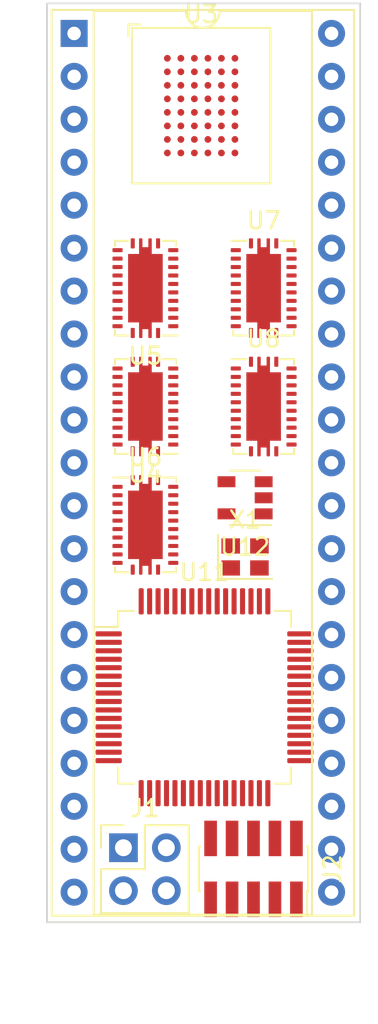
<source format=kicad_pcb>
(kicad_pcb (version 20171130) (host pcbnew 5.1.10-1.fc33)

  (general
    (thickness 1.6)
    (drawings 4)
    (tracks 0)
    (zones 0)
    (modules 12)
    (nets 244)
  )

  (page A4)
  (layers
    (0 Front signal)
    (1 In1.Cu signal)
    (2 In2.Cu signal)
    (31 Back signal)
    (34 B.Paste user)
    (35 F.Paste user)
    (36 B.SilkS user)
    (37 F.SilkS user)
    (38 B.Mask user)
    (39 F.Mask user)
    (44 Edge.Cuts user)
    (45 Margin user)
    (46 B.CrtYd user)
    (47 F.CrtYd user)
    (49 F.Fab user)
  )

  (setup
    (last_trace_width 0.25)
    (user_trace_width 0.1)
    (user_trace_width 0.25)
    (user_trace_width 0.5)
    (user_trace_width 1)
    (trace_clearance 0.25)
    (zone_clearance 0.508)
    (zone_45_only no)
    (trace_min 0.1)
    (via_size 0.8)
    (via_drill 0.4)
    (via_min_size 0.45)
    (via_min_drill 0.2)
    (user_via 0.45 0.2)
    (user_via 1 0.4)
    (uvia_size 0.5)
    (uvia_drill 0.3)
    (uvias_allowed no)
    (uvia_min_size 0.2)
    (uvia_min_drill 0.1)
    (edge_width 0.1)
    (segment_width 0.1)
    (pcb_text_width 0.3048)
    (pcb_text_size 1.524 1.524)
    (mod_edge_width 0.1)
    (mod_text_size 0.8 0.8)
    (mod_text_width 0.1)
    (pad_size 1.524 1.524)
    (pad_drill 0.762)
    (pad_to_mask_clearance 0)
    (solder_mask_min_width 0.02)
    (aux_axis_origin 0 0)
    (visible_elements FFFFFF7F)
    (pcbplotparams
      (layerselection 0x010fc_ffffffff)
      (usegerberextensions false)
      (usegerberattributes true)
      (usegerberadvancedattributes true)
      (creategerberjobfile true)
      (excludeedgelayer true)
      (linewidth 0.100000)
      (plotframeref false)
      (viasonmask false)
      (mode 1)
      (useauxorigin false)
      (hpglpennumber 1)
      (hpglpenspeed 20)
      (hpglpendiameter 15.000000)
      (psnegative false)
      (psa4output false)
      (plotreference true)
      (plotvalue true)
      (plotinvisibletext false)
      (padsonsilk false)
      (subtractmaskfromsilk false)
      (outputformat 1)
      (mirror false)
      (drillshape 1)
      (scaleselection 1)
      (outputdirectory ""))
  )

  (net 0 "")
  (net 1 "Net-(U6-Pad11)")
  (net 2 "Net-(U6-Pad2)")
  (net 3 "Net-(U6-Pad1)")
  (net 4 /5v_a19)
  (net 5 /5v_dq11)
  (net 6 /5v_a8)
  (net 7 /5v_dq3)
  (net 8 /5v_a9)
  (net 9 /5v_dq10)
  (net 10 /5v_a10)
  (net 11 /5v_dq2)
  (net 12 /5v_a11)
  (net 13 /5v_dq9)
  (net 14 /5v_a12)
  (net 15 /5v_dq1)
  (net 16 /5v_a13)
  (net 17 /5v_dq8)
  (net 18 /5v_a14)
  (net 19 /5v_dq0)
  (net 20 /5v_a15)
  (net 21 /5v_a21)
  (net 22 /5v_a16)
  (net 23 GND)
  (net 24 /5v_a20)
  (net 25 /~5v_e)
  (net 26 /5v_a0)
  (net 27 /5v_dq15)
  (net 28 /5v_a1)
  (net 29 /5v_dq7)
  (net 30 /5v_a2)
  (net 31 /5v_dq14)
  (net 32 /5v_a3)
  (net 33 /5v_dq6)
  (net 34 /5v_a4)
  (net 35 /5v_dq13)
  (net 36 /5v_a5)
  (net 37 /5v_dq5)
  (net 38 /5v_a6)
  (net 39 /5v_dq12)
  (net 40 /5v_a7)
  (net 41 /5v_dq4)
  (net 42 /5v_a17)
  (net 43 +5V)
  (net 44 /5v_a18)
  (net 45 /~ub)
  (net 46 /a3)
  (net 47 /a4)
  (net 48 /~ce)
  (net 49 /dq2)
  (net 50 /dq3)
  (net 51 /dq4)
  (net 52 /dq5)
  (net 53 /~we)
  (net 54 /a13)
  (net 55 /a15)
  (net 56 /a14)
  (net 57 /a12)
  (net 58 /a19)
  (net 59 /dq13)
  (net 60 /dq12)
  (net 61 /dq11)
  (net 62 /dq10)
  (net 63 /a5)
  (net 64 /a6)
  (net 65 /a7)
  (net 66 /a16)
  (net 67 /a21)
  (net 68 /a17)
  (net 69 /dq0)
  (net 70 /dq1)
  (net 71 +3V3)
  (net 72 /dq6)
  (net 73 /dq7)
  (net 74 /a20)
  (net 75 /a11)
  (net 76 /a10)
  (net 77 /a9)
  (net 78 /a8)
  (net 79 /a18)
  (net 80 /dq15)
  (net 81 /dq14)
  (net 82 /dq9)
  (net 83 /dq8)
  (net 84 /~zz)
  (net 85 /a2)
  (net 86 /a1)
  (net 87 /a0)
  (net 88 /~oe)
  (net 89 /~lb)
  (net 90 "Net-(U4-Pad1)")
  (net 91 "Net-(U4-Pad2)")
  (net 92 "Net-(U4-Pad3)")
  (net 93 "Net-(U4-Pad4)")
  (net 94 "Net-(U4-Pad5)")
  (net 95 "Net-(U4-Pad6)")
  (net 96 "Net-(U4-Pad7)")
  (net 97 "Net-(U4-Pad8)")
  (net 98 "Net-(U4-Pad9)")
  (net 99 "Net-(U4-Pad10)")
  (net 100 "Net-(U4-Pad11)")
  (net 101 "Net-(U5-Pad21)")
  (net 102 "Net-(U5-Pad1)")
  (net 103 "Net-(U5-Pad2)")
  (net 104 "Net-(U5-Pad3)")
  (net 105 "Net-(U5-Pad4)")
  (net 106 "Net-(U5-Pad5)")
  (net 107 "Net-(U5-Pad6)")
  (net 108 "Net-(U5-Pad7)")
  (net 109 "Net-(U5-Pad8)")
  (net 110 "Net-(U5-Pad9)")
  (net 111 "Net-(U5-Pad10)")
  (net 112 "Net-(U5-Pad11)")
  (net 113 "Net-(U7-Pad1)")
  (net 114 "Net-(U7-Pad2)")
  (net 115 "Net-(U7-Pad3)")
  (net 116 "Net-(U7-Pad4)")
  (net 117 "Net-(U7-Pad5)")
  (net 118 "Net-(U7-Pad6)")
  (net 119 "Net-(U7-Pad7)")
  (net 120 "Net-(U7-Pad8)")
  (net 121 "Net-(U7-Pad9)")
  (net 122 "Net-(U7-Pad10)")
  (net 123 "Net-(U7-Pad11)")
  (net 124 "Net-(U8-Pad1)")
  (net 125 "Net-(U8-Pad2)")
  (net 126 "Net-(U8-Pad11)")
  (net 127 "Net-(U4-Pad22)")
  (net 128 "Net-(U4-Pad23)")
  (net 129 "Net-(U4-Pad24)")
  (net 130 "Net-(U5-Pad22)")
  (net 131 "Net-(U5-Pad23)")
  (net 132 "Net-(U5-Pad24)")
  (net 133 "Net-(U6-Pad22)")
  (net 134 "Net-(U6-Pad23)")
  (net 135 "Net-(U6-Pad24)")
  (net 136 "Net-(U7-Pad22)")
  (net 137 "Net-(U7-Pad23)")
  (net 138 "Net-(U7-Pad24)")
  (net 139 "Net-(U8-Pad22)")
  (net 140 "Net-(U8-Pad23)")
  (net 141 "Net-(U8-Pad24)")
  (net 142 "Net-(J1-Pad4)")
  (net 143 "Net-(J1-Pad2)")
  (net 144 "Net-(J1-Pad3)")
  (net 145 "Net-(J1-Pad1)")
  (net 146 "Net-(U11-Pad5)")
  (net 147 "Net-(U11-Pad4)")
  (net 148 "Net-(U11-Pad3)")
  (net 149 "Net-(U11-Pad2)")
  (net 150 "Net-(U11-Pad1)")
  (net 151 "Net-(U11-Pad48)")
  (net 152 "Net-(U11-Pad47)")
  (net 153 "Net-(U11-Pad46)")
  (net 154 "Net-(U11-Pad45)")
  (net 155 "Net-(U11-Pad44)")
  (net 156 "Net-(U11-Pad43)")
  (net 157 "Net-(U11-Pad42)")
  (net 158 "Net-(U11-Pad41)")
  (net 159 "Net-(U11-Pad40)")
  (net 160 "Net-(U11-Pad39)")
  (net 161 "Net-(U11-Pad38)")
  (net 162 "Net-(U11-Pad37)")
  (net 163 "Net-(U11-Pad36)")
  (net 164 "Net-(U11-Pad35)")
  (net 165 "Net-(U11-Pad34)")
  (net 166 "Net-(U11-Pad33)")
  (net 167 "Net-(U11-Pad32)")
  (net 168 "Net-(U11-Pad31)")
  (net 169 "Net-(U11-Pad30)")
  (net 170 "Net-(U11-Pad29)")
  (net 171 "Net-(U11-Pad28)")
  (net 172 "Net-(U11-Pad27)")
  (net 173 "Net-(U11-Pad26)")
  (net 174 "Net-(U11-Pad25)")
  (net 175 "Net-(U11-Pad24)")
  (net 176 "Net-(U11-Pad23)")
  (net 177 "Net-(U11-Pad22)")
  (net 178 "Net-(U11-Pad21)")
  (net 179 "Net-(U11-Pad20)")
  (net 180 "Net-(U11-Pad19)")
  (net 181 "Net-(U11-Pad18)")
  (net 182 "Net-(U11-Pad17)")
  (net 183 "Net-(U11-Pad16)")
  (net 184 "Net-(U11-Pad15)")
  (net 185 "Net-(U11-Pad14)")
  (net 186 "Net-(U11-Pad13)")
  (net 187 "Net-(U11-Pad12)")
  (net 188 "Net-(U11-Pad11)")
  (net 189 "Net-(U11-Pad10)")
  (net 190 "Net-(U11-Pad9)")
  (net 191 "Net-(U11-Pad8)")
  (net 192 "Net-(U11-Pad7)")
  (net 193 "Net-(U11-Pad6)")
  (net 194 "Net-(U11-Pad64)")
  (net 195 "Net-(U11-Pad63)")
  (net 196 "Net-(U11-Pad62)")
  (net 197 "Net-(U11-Pad61)")
  (net 198 "Net-(U11-Pad60)")
  (net 199 "Net-(U11-Pad59)")
  (net 200 "Net-(U11-Pad58)")
  (net 201 "Net-(U11-Pad57)")
  (net 202 "Net-(U11-Pad56)")
  (net 203 "Net-(U11-Pad55)")
  (net 204 "Net-(U11-Pad54)")
  (net 205 "Net-(U11-Pad53)")
  (net 206 "Net-(U11-Pad52)")
  (net 207 "Net-(U11-Pad51)")
  (net 208 "Net-(U11-Pad50)")
  (net 209 "Net-(U11-Pad49)")
  (net 210 "Net-(J2-Pad10)")
  (net 211 "Net-(J2-Pad9)")
  (net 212 "Net-(J2-Pad8)")
  (net 213 "Net-(J2-Pad7)")
  (net 214 "Net-(J2-Pad6)")
  (net 215 "Net-(J2-Pad3)")
  (net 216 "Net-(J2-Pad4)")
  (net 217 "Net-(J2-Pad2)")
  (net 218 "Net-(J2-Pad1)")
  (net 219 "Net-(U12-Pad5)")
  (net 220 "Net-(U12-Pad4)")
  (net 221 "Net-(U12-Pad3)")
  (net 222 "Net-(U12-Pad2)")
  (net 223 "Net-(U12-Pad1)")
  (net 224 "Net-(X1-Pad4)")
  (net 225 "Net-(X1-Pad3)")
  (net 226 "Net-(X1-Pad2)")
  (net 227 "Net-(X1-Pad1)")
  (net 228 "Net-(U6-Pad14)")
  (net 229 "Net-(U6-Pad15)")
  (net 230 "Net-(U6-Pad21)")
  (net 231 "Net-(U6-Pad16)")
  (net 232 "Net-(U6-Pad17)")
  (net 233 "Net-(U6-Pad18)")
  (net 234 "Net-(U6-Pad19)")
  (net 235 "Net-(U6-Pad20)")
  (net 236 "Net-(U8-Pad14)")
  (net 237 "Net-(U8-Pad15)")
  (net 238 "Net-(U8-Pad21)")
  (net 239 "Net-(U8-Pad16)")
  (net 240 "Net-(U8-Pad17)")
  (net 241 "Net-(U8-Pad18)")
  (net 242 "Net-(U8-Pad19)")
  (net 243 "Net-(U8-Pad20)")

  (net_class Default "This is the default net class."
    (clearance 0.25)
    (trace_width 0.25)
    (via_dia 0.8)
    (via_drill 0.4)
    (uvia_dia 0.5)
    (uvia_drill 0.3)
    (diff_pair_width 0.25)
    (diff_pair_gap 0.25)
    (add_net "Net-(U6-Pad14)")
    (add_net "Net-(U6-Pad15)")
    (add_net "Net-(U6-Pad16)")
    (add_net "Net-(U6-Pad17)")
    (add_net "Net-(U6-Pad18)")
    (add_net "Net-(U6-Pad19)")
    (add_net "Net-(U6-Pad20)")
    (add_net "Net-(U6-Pad21)")
    (add_net "Net-(U8-Pad14)")
    (add_net "Net-(U8-Pad15)")
    (add_net "Net-(U8-Pad16)")
    (add_net "Net-(U8-Pad17)")
    (add_net "Net-(U8-Pad18)")
    (add_net "Net-(U8-Pad19)")
    (add_net "Net-(U8-Pad20)")
    (add_net "Net-(U8-Pad21)")
    (add_net "Net-(X1-Pad1)")
    (add_net "Net-(X1-Pad2)")
    (add_net "Net-(X1-Pad3)")
    (add_net "Net-(X1-Pad4)")
  )

  (net_class Min ""
    (clearance 0.1)
    (trace_width 0.1)
    (via_dia 0.45)
    (via_drill 0.2)
    (uvia_dia 0.45)
    (uvia_drill 0.2)
    (diff_pair_width 0.2)
    (diff_pair_gap 0.2)
    (add_net +3V3)
    (add_net +5V)
    (add_net /5v_a0)
    (add_net /5v_a1)
    (add_net /5v_a10)
    (add_net /5v_a11)
    (add_net /5v_a12)
    (add_net /5v_a13)
    (add_net /5v_a14)
    (add_net /5v_a15)
    (add_net /5v_a16)
    (add_net /5v_a17)
    (add_net /5v_a18)
    (add_net /5v_a19)
    (add_net /5v_a2)
    (add_net /5v_a20)
    (add_net /5v_a21)
    (add_net /5v_a3)
    (add_net /5v_a4)
    (add_net /5v_a5)
    (add_net /5v_a6)
    (add_net /5v_a7)
    (add_net /5v_a8)
    (add_net /5v_a9)
    (add_net /5v_dq0)
    (add_net /5v_dq1)
    (add_net /5v_dq10)
    (add_net /5v_dq11)
    (add_net /5v_dq12)
    (add_net /5v_dq13)
    (add_net /5v_dq14)
    (add_net /5v_dq15)
    (add_net /5v_dq2)
    (add_net /5v_dq3)
    (add_net /5v_dq4)
    (add_net /5v_dq5)
    (add_net /5v_dq6)
    (add_net /5v_dq7)
    (add_net /5v_dq8)
    (add_net /5v_dq9)
    (add_net /a0)
    (add_net /a1)
    (add_net /a10)
    (add_net /a11)
    (add_net /a12)
    (add_net /a13)
    (add_net /a14)
    (add_net /a15)
    (add_net /a16)
    (add_net /a17)
    (add_net /a18)
    (add_net /a19)
    (add_net /a2)
    (add_net /a20)
    (add_net /a21)
    (add_net /a3)
    (add_net /a4)
    (add_net /a5)
    (add_net /a6)
    (add_net /a7)
    (add_net /a8)
    (add_net /a9)
    (add_net /dq0)
    (add_net /dq1)
    (add_net /dq10)
    (add_net /dq11)
    (add_net /dq12)
    (add_net /dq13)
    (add_net /dq14)
    (add_net /dq15)
    (add_net /dq2)
    (add_net /dq3)
    (add_net /dq4)
    (add_net /dq5)
    (add_net /dq6)
    (add_net /dq7)
    (add_net /dq8)
    (add_net /dq9)
    (add_net /~5v_e)
    (add_net /~ce)
    (add_net /~lb)
    (add_net /~oe)
    (add_net /~ub)
    (add_net /~we)
    (add_net /~zz)
    (add_net GND)
    (add_net "Net-(J1-Pad1)")
    (add_net "Net-(J1-Pad2)")
    (add_net "Net-(J1-Pad3)")
    (add_net "Net-(J1-Pad4)")
    (add_net "Net-(J2-Pad1)")
    (add_net "Net-(J2-Pad10)")
    (add_net "Net-(J2-Pad2)")
    (add_net "Net-(J2-Pad3)")
    (add_net "Net-(J2-Pad4)")
    (add_net "Net-(J2-Pad6)")
    (add_net "Net-(J2-Pad7)")
    (add_net "Net-(J2-Pad8)")
    (add_net "Net-(J2-Pad9)")
    (add_net "Net-(U11-Pad1)")
    (add_net "Net-(U11-Pad10)")
    (add_net "Net-(U11-Pad11)")
    (add_net "Net-(U11-Pad12)")
    (add_net "Net-(U11-Pad13)")
    (add_net "Net-(U11-Pad14)")
    (add_net "Net-(U11-Pad15)")
    (add_net "Net-(U11-Pad16)")
    (add_net "Net-(U11-Pad17)")
    (add_net "Net-(U11-Pad18)")
    (add_net "Net-(U11-Pad19)")
    (add_net "Net-(U11-Pad2)")
    (add_net "Net-(U11-Pad20)")
    (add_net "Net-(U11-Pad21)")
    (add_net "Net-(U11-Pad22)")
    (add_net "Net-(U11-Pad23)")
    (add_net "Net-(U11-Pad24)")
    (add_net "Net-(U11-Pad25)")
    (add_net "Net-(U11-Pad26)")
    (add_net "Net-(U11-Pad27)")
    (add_net "Net-(U11-Pad28)")
    (add_net "Net-(U11-Pad29)")
    (add_net "Net-(U11-Pad3)")
    (add_net "Net-(U11-Pad30)")
    (add_net "Net-(U11-Pad31)")
    (add_net "Net-(U11-Pad32)")
    (add_net "Net-(U11-Pad33)")
    (add_net "Net-(U11-Pad34)")
    (add_net "Net-(U11-Pad35)")
    (add_net "Net-(U11-Pad36)")
    (add_net "Net-(U11-Pad37)")
    (add_net "Net-(U11-Pad38)")
    (add_net "Net-(U11-Pad39)")
    (add_net "Net-(U11-Pad4)")
    (add_net "Net-(U11-Pad40)")
    (add_net "Net-(U11-Pad41)")
    (add_net "Net-(U11-Pad42)")
    (add_net "Net-(U11-Pad43)")
    (add_net "Net-(U11-Pad44)")
    (add_net "Net-(U11-Pad45)")
    (add_net "Net-(U11-Pad46)")
    (add_net "Net-(U11-Pad47)")
    (add_net "Net-(U11-Pad48)")
    (add_net "Net-(U11-Pad49)")
    (add_net "Net-(U11-Pad5)")
    (add_net "Net-(U11-Pad50)")
    (add_net "Net-(U11-Pad51)")
    (add_net "Net-(U11-Pad52)")
    (add_net "Net-(U11-Pad53)")
    (add_net "Net-(U11-Pad54)")
    (add_net "Net-(U11-Pad55)")
    (add_net "Net-(U11-Pad56)")
    (add_net "Net-(U11-Pad57)")
    (add_net "Net-(U11-Pad58)")
    (add_net "Net-(U11-Pad59)")
    (add_net "Net-(U11-Pad6)")
    (add_net "Net-(U11-Pad60)")
    (add_net "Net-(U11-Pad61)")
    (add_net "Net-(U11-Pad62)")
    (add_net "Net-(U11-Pad63)")
    (add_net "Net-(U11-Pad64)")
    (add_net "Net-(U11-Pad7)")
    (add_net "Net-(U11-Pad8)")
    (add_net "Net-(U11-Pad9)")
    (add_net "Net-(U12-Pad1)")
    (add_net "Net-(U12-Pad2)")
    (add_net "Net-(U12-Pad3)")
    (add_net "Net-(U12-Pad4)")
    (add_net "Net-(U12-Pad5)")
    (add_net "Net-(U4-Pad1)")
    (add_net "Net-(U4-Pad10)")
    (add_net "Net-(U4-Pad11)")
    (add_net "Net-(U4-Pad2)")
    (add_net "Net-(U4-Pad22)")
    (add_net "Net-(U4-Pad23)")
    (add_net "Net-(U4-Pad24)")
    (add_net "Net-(U4-Pad3)")
    (add_net "Net-(U4-Pad4)")
    (add_net "Net-(U4-Pad5)")
    (add_net "Net-(U4-Pad6)")
    (add_net "Net-(U4-Pad7)")
    (add_net "Net-(U4-Pad8)")
    (add_net "Net-(U4-Pad9)")
    (add_net "Net-(U5-Pad1)")
    (add_net "Net-(U5-Pad10)")
    (add_net "Net-(U5-Pad11)")
    (add_net "Net-(U5-Pad2)")
    (add_net "Net-(U5-Pad21)")
    (add_net "Net-(U5-Pad22)")
    (add_net "Net-(U5-Pad23)")
    (add_net "Net-(U5-Pad24)")
    (add_net "Net-(U5-Pad3)")
    (add_net "Net-(U5-Pad4)")
    (add_net "Net-(U5-Pad5)")
    (add_net "Net-(U5-Pad6)")
    (add_net "Net-(U5-Pad7)")
    (add_net "Net-(U5-Pad8)")
    (add_net "Net-(U5-Pad9)")
    (add_net "Net-(U6-Pad1)")
    (add_net "Net-(U6-Pad11)")
    (add_net "Net-(U6-Pad2)")
    (add_net "Net-(U6-Pad22)")
    (add_net "Net-(U6-Pad23)")
    (add_net "Net-(U6-Pad24)")
    (add_net "Net-(U7-Pad1)")
    (add_net "Net-(U7-Pad10)")
    (add_net "Net-(U7-Pad11)")
    (add_net "Net-(U7-Pad2)")
    (add_net "Net-(U7-Pad22)")
    (add_net "Net-(U7-Pad23)")
    (add_net "Net-(U7-Pad24)")
    (add_net "Net-(U7-Pad3)")
    (add_net "Net-(U7-Pad4)")
    (add_net "Net-(U7-Pad5)")
    (add_net "Net-(U7-Pad6)")
    (add_net "Net-(U7-Pad7)")
    (add_net "Net-(U7-Pad8)")
    (add_net "Net-(U7-Pad9)")
    (add_net "Net-(U8-Pad1)")
    (add_net "Net-(U8-Pad11)")
    (add_net "Net-(U8-Pad2)")
    (add_net "Net-(U8-Pad22)")
    (add_net "Net-(U8-Pad23)")
    (add_net "Net-(U8-Pad24)")
  )

  (module Oscillator:Oscillator_SMD_SeikoEpson_SG210-4Pin_2.5x2.0mm (layer Front) (tedit 58CD3345) (tstamp 60A18417)
    (at 133.9 96.5)
    (descr "SMD Crystal Oscillator Seiko Epson SG-210 https://support.epson.biz/td/api/doc_check.php?mode=dl&lang=en&Parts=SG-210SED, 2.5x2.0mm^2 package")
    (tags "SMD SMT crystal oscillator")
    (path /60A7CFA1)
    (attr smd)
    (fp_text reference X1 (at 0 -2.2) (layer F.SilkS)
      (effects (font (size 1 1) (thickness 0.15)))
    )
    (fp_text value SG-210SCD (at 0 2.2) (layer F.Fab)
      (effects (font (size 1 1) (thickness 0.15)))
    )
    (fp_text user %R (at 0 0) (layer F.Fab)
      (effects (font (size 0.6 0.6) (thickness 0.09)))
    )
    (fp_line (start -1.25 -1) (end -1.25 1) (layer F.Fab) (width 0.1))
    (fp_line (start -1.25 1) (end 1.25 1) (layer F.Fab) (width 0.1))
    (fp_line (start 1.25 1) (end 1.25 -1) (layer F.Fab) (width 0.1))
    (fp_line (start 1.25 -1) (end -1.25 -1) (layer F.Fab) (width 0.1))
    (fp_line (start -1.25 0) (end -0.25 1) (layer F.Fab) (width 0.1))
    (fp_line (start -1.6 -1.3) (end -1.6 1.3) (layer F.SilkS) (width 0.12))
    (fp_line (start -1.6 1.3) (end 1.6 1.3) (layer F.SilkS) (width 0.12))
    (fp_line (start -1.7 -1.4) (end -1.7 1.4) (layer F.CrtYd) (width 0.05))
    (fp_line (start -1.7 1.4) (end 1.7 1.4) (layer F.CrtYd) (width 0.05))
    (fp_line (start 1.7 1.4) (end 1.7 -1.4) (layer F.CrtYd) (width 0.05))
    (fp_line (start 1.7 -1.4) (end -1.7 -1.4) (layer F.CrtYd) (width 0.05))
    (fp_circle (center 0 0) (end 1 0) (layer F.Adhes) (width 0.1))
    (fp_circle (center 0 0) (end 0.833333 0) (layer F.Adhes) (width 0.333333))
    (fp_circle (center 0 0) (end 0.533333 0) (layer F.Adhes) (width 0.333333))
    (fp_circle (center 0 0) (end 0.233333 0) (layer F.Adhes) (width 0.466667))
    (pad 4 smd rect (at -0.85 -0.65) (size 1.1 0.9) (layers Front F.Paste F.Mask)
      (net 224 "Net-(X1-Pad4)"))
    (pad 3 smd rect (at 0.85 -0.65) (size 1.1 0.9) (layers Front F.Paste F.Mask)
      (net 225 "Net-(X1-Pad3)"))
    (pad 2 smd rect (at 0.85 0.65) (size 1.1 0.9) (layers Front F.Paste F.Mask)
      (net 226 "Net-(X1-Pad2)"))
    (pad 1 smd rect (at -0.85 0.65) (size 1.1 0.9) (layers Front F.Paste F.Mask)
      (net 227 "Net-(X1-Pad1)"))
    (model ${KISYS3DMOD}/Oscillator.3dshapes/Oscillator_SMD_SeikoEpson_SG210-4Pin_2.5x2.0mm.wrl
      (at (xyz 0 0 0))
      (scale (xyz 1 1 1))
      (rotate (xyz 0 0 0))
    )
  )

  (module Connector_PinHeader_2.54mm:PinHeader_2x02_P2.54mm_Vertical (layer Front) (tedit 59FED5CC) (tstamp 60A17188)
    (at 126.7 113.7)
    (descr "Through hole straight pin header, 2x02, 2.54mm pitch, double rows")
    (tags "Through hole pin header THT 2x02 2.54mm double row")
    (path /60A797F3)
    (fp_text reference J1 (at 1.27 -2.33) (layer F.SilkS)
      (effects (font (size 1 1) (thickness 0.15)))
    )
    (fp_text value Conn_02x02_Odd_Even (at 1.27 4.87) (layer F.Fab)
      (effects (font (size 1 1) (thickness 0.15)))
    )
    (fp_text user %R (at 1.27 1.27 90) (layer F.Fab)
      (effects (font (size 1 1) (thickness 0.15)))
    )
    (fp_line (start 0 -1.27) (end 3.81 -1.27) (layer F.Fab) (width 0.1))
    (fp_line (start 3.81 -1.27) (end 3.81 3.81) (layer F.Fab) (width 0.1))
    (fp_line (start 3.81 3.81) (end -1.27 3.81) (layer F.Fab) (width 0.1))
    (fp_line (start -1.27 3.81) (end -1.27 0) (layer F.Fab) (width 0.1))
    (fp_line (start -1.27 0) (end 0 -1.27) (layer F.Fab) (width 0.1))
    (fp_line (start -1.33 3.87) (end 3.87 3.87) (layer F.SilkS) (width 0.12))
    (fp_line (start -1.33 1.27) (end -1.33 3.87) (layer F.SilkS) (width 0.12))
    (fp_line (start 3.87 -1.33) (end 3.87 3.87) (layer F.SilkS) (width 0.12))
    (fp_line (start -1.33 1.27) (end 1.27 1.27) (layer F.SilkS) (width 0.12))
    (fp_line (start 1.27 1.27) (end 1.27 -1.33) (layer F.SilkS) (width 0.12))
    (fp_line (start 1.27 -1.33) (end 3.87 -1.33) (layer F.SilkS) (width 0.12))
    (fp_line (start -1.33 0) (end -1.33 -1.33) (layer F.SilkS) (width 0.12))
    (fp_line (start -1.33 -1.33) (end 0 -1.33) (layer F.SilkS) (width 0.12))
    (fp_line (start -1.8 -1.8) (end -1.8 4.35) (layer F.CrtYd) (width 0.05))
    (fp_line (start -1.8 4.35) (end 4.35 4.35) (layer F.CrtYd) (width 0.05))
    (fp_line (start 4.35 4.35) (end 4.35 -1.8) (layer F.CrtYd) (width 0.05))
    (fp_line (start 4.35 -1.8) (end -1.8 -1.8) (layer F.CrtYd) (width 0.05))
    (pad 4 thru_hole oval (at 2.54 2.54) (size 1.7 1.7) (drill 1) (layers *.Cu *.Mask)
      (net 142 "Net-(J1-Pad4)"))
    (pad 3 thru_hole oval (at 0 2.54) (size 1.7 1.7) (drill 1) (layers *.Cu *.Mask)
      (net 144 "Net-(J1-Pad3)"))
    (pad 2 thru_hole oval (at 2.54 0) (size 1.7 1.7) (drill 1) (layers *.Cu *.Mask)
      (net 143 "Net-(J1-Pad2)"))
    (pad 1 thru_hole rect (at 0 0) (size 1.7 1.7) (drill 1) (layers *.Cu *.Mask)
      (net 145 "Net-(J1-Pad1)"))
    (model ${KISYS3DMOD}/Connector_PinHeader_2.54mm.3dshapes/PinHeader_2x02_P2.54mm_Vertical.wrl
      (at (xyz 0 0 0))
      (scale (xyz 1 1 1))
      (rotate (xyz 0 0 0))
    )
  )

  (module Package_QFP:LQFP-64_10x10mm_P0.5mm (layer Front) (tedit 5D9F72AF) (tstamp 608F6EC2)
    (at 131.5 104.8)
    (descr "LQFP, 64 Pin (https://www.analog.com/media/en/technical-documentation/data-sheets/ad7606_7606-6_7606-4.pdf), generated with kicad-footprint-generator ipc_gullwing_generator.py")
    (tags "LQFP QFP")
    (path /608FE79F)
    (attr smd)
    (fp_text reference U11 (at 0 -7.4) (layer F.SilkS)
      (effects (font (size 1 1) (thickness 0.15)))
    )
    (fp_text value STM32L052R8Tx (at 0 7.4) (layer F.Fab)
      (effects (font (size 1 1) (thickness 0.15)))
    )
    (fp_line (start 6.7 4.15) (end 6.7 0) (layer F.CrtYd) (width 0.05))
    (fp_line (start 5.25 4.15) (end 6.7 4.15) (layer F.CrtYd) (width 0.05))
    (fp_line (start 5.25 5.25) (end 5.25 4.15) (layer F.CrtYd) (width 0.05))
    (fp_line (start 4.15 5.25) (end 5.25 5.25) (layer F.CrtYd) (width 0.05))
    (fp_line (start 4.15 6.7) (end 4.15 5.25) (layer F.CrtYd) (width 0.05))
    (fp_line (start 0 6.7) (end 4.15 6.7) (layer F.CrtYd) (width 0.05))
    (fp_line (start -6.7 4.15) (end -6.7 0) (layer F.CrtYd) (width 0.05))
    (fp_line (start -5.25 4.15) (end -6.7 4.15) (layer F.CrtYd) (width 0.05))
    (fp_line (start -5.25 5.25) (end -5.25 4.15) (layer F.CrtYd) (width 0.05))
    (fp_line (start -4.15 5.25) (end -5.25 5.25) (layer F.CrtYd) (width 0.05))
    (fp_line (start -4.15 6.7) (end -4.15 5.25) (layer F.CrtYd) (width 0.05))
    (fp_line (start 0 6.7) (end -4.15 6.7) (layer F.CrtYd) (width 0.05))
    (fp_line (start 6.7 -4.15) (end 6.7 0) (layer F.CrtYd) (width 0.05))
    (fp_line (start 5.25 -4.15) (end 6.7 -4.15) (layer F.CrtYd) (width 0.05))
    (fp_line (start 5.25 -5.25) (end 5.25 -4.15) (layer F.CrtYd) (width 0.05))
    (fp_line (start 4.15 -5.25) (end 5.25 -5.25) (layer F.CrtYd) (width 0.05))
    (fp_line (start 4.15 -6.7) (end 4.15 -5.25) (layer F.CrtYd) (width 0.05))
    (fp_line (start 0 -6.7) (end 4.15 -6.7) (layer F.CrtYd) (width 0.05))
    (fp_line (start -6.7 -4.15) (end -6.7 0) (layer F.CrtYd) (width 0.05))
    (fp_line (start -5.25 -4.15) (end -6.7 -4.15) (layer F.CrtYd) (width 0.05))
    (fp_line (start -5.25 -5.25) (end -5.25 -4.15) (layer F.CrtYd) (width 0.05))
    (fp_line (start -4.15 -5.25) (end -5.25 -5.25) (layer F.CrtYd) (width 0.05))
    (fp_line (start -4.15 -6.7) (end -4.15 -5.25) (layer F.CrtYd) (width 0.05))
    (fp_line (start 0 -6.7) (end -4.15 -6.7) (layer F.CrtYd) (width 0.05))
    (fp_line (start -5 -4) (end -4 -5) (layer F.Fab) (width 0.1))
    (fp_line (start -5 5) (end -5 -4) (layer F.Fab) (width 0.1))
    (fp_line (start 5 5) (end -5 5) (layer F.Fab) (width 0.1))
    (fp_line (start 5 -5) (end 5 5) (layer F.Fab) (width 0.1))
    (fp_line (start -4 -5) (end 5 -5) (layer F.Fab) (width 0.1))
    (fp_line (start -5.11 -4.16) (end -6.45 -4.16) (layer F.SilkS) (width 0.12))
    (fp_line (start -5.11 -5.11) (end -5.11 -4.16) (layer F.SilkS) (width 0.12))
    (fp_line (start -4.16 -5.11) (end -5.11 -5.11) (layer F.SilkS) (width 0.12))
    (fp_line (start 5.11 -5.11) (end 5.11 -4.16) (layer F.SilkS) (width 0.12))
    (fp_line (start 4.16 -5.11) (end 5.11 -5.11) (layer F.SilkS) (width 0.12))
    (fp_line (start -5.11 5.11) (end -5.11 4.16) (layer F.SilkS) (width 0.12))
    (fp_line (start -4.16 5.11) (end -5.11 5.11) (layer F.SilkS) (width 0.12))
    (fp_line (start 5.11 5.11) (end 5.11 4.16) (layer F.SilkS) (width 0.12))
    (fp_line (start 4.16 5.11) (end 5.11 5.11) (layer F.SilkS) (width 0.12))
    (fp_text user %R (at 0 0) (layer F.Fab)
      (effects (font (size 1 1) (thickness 0.15)))
    )
    (pad 64 smd roundrect (at -3.75 -5.675) (size 0.3 1.55) (layers Front F.Paste F.Mask) (roundrect_rratio 0.25)
      (net 194 "Net-(U11-Pad64)"))
    (pad 63 smd roundrect (at -3.25 -5.675) (size 0.3 1.55) (layers Front F.Paste F.Mask) (roundrect_rratio 0.25)
      (net 195 "Net-(U11-Pad63)"))
    (pad 62 smd roundrect (at -2.75 -5.675) (size 0.3 1.55) (layers Front F.Paste F.Mask) (roundrect_rratio 0.25)
      (net 196 "Net-(U11-Pad62)"))
    (pad 61 smd roundrect (at -2.25 -5.675) (size 0.3 1.55) (layers Front F.Paste F.Mask) (roundrect_rratio 0.25)
      (net 197 "Net-(U11-Pad61)"))
    (pad 60 smd roundrect (at -1.75 -5.675) (size 0.3 1.55) (layers Front F.Paste F.Mask) (roundrect_rratio 0.25)
      (net 198 "Net-(U11-Pad60)"))
    (pad 59 smd roundrect (at -1.25 -5.675) (size 0.3 1.55) (layers Front F.Paste F.Mask) (roundrect_rratio 0.25)
      (net 199 "Net-(U11-Pad59)"))
    (pad 58 smd roundrect (at -0.75 -5.675) (size 0.3 1.55) (layers Front F.Paste F.Mask) (roundrect_rratio 0.25)
      (net 200 "Net-(U11-Pad58)"))
    (pad 57 smd roundrect (at -0.25 -5.675) (size 0.3 1.55) (layers Front F.Paste F.Mask) (roundrect_rratio 0.25)
      (net 201 "Net-(U11-Pad57)"))
    (pad 56 smd roundrect (at 0.25 -5.675) (size 0.3 1.55) (layers Front F.Paste F.Mask) (roundrect_rratio 0.25)
      (net 202 "Net-(U11-Pad56)"))
    (pad 55 smd roundrect (at 0.75 -5.675) (size 0.3 1.55) (layers Front F.Paste F.Mask) (roundrect_rratio 0.25)
      (net 203 "Net-(U11-Pad55)"))
    (pad 54 smd roundrect (at 1.25 -5.675) (size 0.3 1.55) (layers Front F.Paste F.Mask) (roundrect_rratio 0.25)
      (net 204 "Net-(U11-Pad54)"))
    (pad 53 smd roundrect (at 1.75 -5.675) (size 0.3 1.55) (layers Front F.Paste F.Mask) (roundrect_rratio 0.25)
      (net 205 "Net-(U11-Pad53)"))
    (pad 52 smd roundrect (at 2.25 -5.675) (size 0.3 1.55) (layers Front F.Paste F.Mask) (roundrect_rratio 0.25)
      (net 206 "Net-(U11-Pad52)"))
    (pad 51 smd roundrect (at 2.75 -5.675) (size 0.3 1.55) (layers Front F.Paste F.Mask) (roundrect_rratio 0.25)
      (net 207 "Net-(U11-Pad51)"))
    (pad 50 smd roundrect (at 3.25 -5.675) (size 0.3 1.55) (layers Front F.Paste F.Mask) (roundrect_rratio 0.25)
      (net 208 "Net-(U11-Pad50)"))
    (pad 49 smd roundrect (at 3.75 -5.675) (size 0.3 1.55) (layers Front F.Paste F.Mask) (roundrect_rratio 0.25)
      (net 209 "Net-(U11-Pad49)"))
    (pad 48 smd roundrect (at 5.675 -3.75) (size 1.55 0.3) (layers Front F.Paste F.Mask) (roundrect_rratio 0.25)
      (net 151 "Net-(U11-Pad48)"))
    (pad 47 smd roundrect (at 5.675 -3.25) (size 1.55 0.3) (layers Front F.Paste F.Mask) (roundrect_rratio 0.25)
      (net 152 "Net-(U11-Pad47)"))
    (pad 46 smd roundrect (at 5.675 -2.75) (size 1.55 0.3) (layers Front F.Paste F.Mask) (roundrect_rratio 0.25)
      (net 153 "Net-(U11-Pad46)"))
    (pad 45 smd roundrect (at 5.675 -2.25) (size 1.55 0.3) (layers Front F.Paste F.Mask) (roundrect_rratio 0.25)
      (net 154 "Net-(U11-Pad45)"))
    (pad 44 smd roundrect (at 5.675 -1.75) (size 1.55 0.3) (layers Front F.Paste F.Mask) (roundrect_rratio 0.25)
      (net 155 "Net-(U11-Pad44)"))
    (pad 43 smd roundrect (at 5.675 -1.25) (size 1.55 0.3) (layers Front F.Paste F.Mask) (roundrect_rratio 0.25)
      (net 156 "Net-(U11-Pad43)"))
    (pad 42 smd roundrect (at 5.675 -0.75) (size 1.55 0.3) (layers Front F.Paste F.Mask) (roundrect_rratio 0.25)
      (net 157 "Net-(U11-Pad42)"))
    (pad 41 smd roundrect (at 5.675 -0.25) (size 1.55 0.3) (layers Front F.Paste F.Mask) (roundrect_rratio 0.25)
      (net 158 "Net-(U11-Pad41)"))
    (pad 40 smd roundrect (at 5.675 0.25) (size 1.55 0.3) (layers Front F.Paste F.Mask) (roundrect_rratio 0.25)
      (net 159 "Net-(U11-Pad40)"))
    (pad 39 smd roundrect (at 5.675 0.75) (size 1.55 0.3) (layers Front F.Paste F.Mask) (roundrect_rratio 0.25)
      (net 160 "Net-(U11-Pad39)"))
    (pad 38 smd roundrect (at 5.675 1.25) (size 1.55 0.3) (layers Front F.Paste F.Mask) (roundrect_rratio 0.25)
      (net 161 "Net-(U11-Pad38)"))
    (pad 37 smd roundrect (at 5.675 1.75) (size 1.55 0.3) (layers Front F.Paste F.Mask) (roundrect_rratio 0.25)
      (net 162 "Net-(U11-Pad37)"))
    (pad 36 smd roundrect (at 5.675 2.25) (size 1.55 0.3) (layers Front F.Paste F.Mask) (roundrect_rratio 0.25)
      (net 163 "Net-(U11-Pad36)"))
    (pad 35 smd roundrect (at 5.675 2.75) (size 1.55 0.3) (layers Front F.Paste F.Mask) (roundrect_rratio 0.25)
      (net 164 "Net-(U11-Pad35)"))
    (pad 34 smd roundrect (at 5.675 3.25) (size 1.55 0.3) (layers Front F.Paste F.Mask) (roundrect_rratio 0.25)
      (net 165 "Net-(U11-Pad34)"))
    (pad 33 smd roundrect (at 5.675 3.75) (size 1.55 0.3) (layers Front F.Paste F.Mask) (roundrect_rratio 0.25)
      (net 166 "Net-(U11-Pad33)"))
    (pad 32 smd roundrect (at 3.75 5.675) (size 0.3 1.55) (layers Front F.Paste F.Mask) (roundrect_rratio 0.25)
      (net 167 "Net-(U11-Pad32)"))
    (pad 31 smd roundrect (at 3.25 5.675) (size 0.3 1.55) (layers Front F.Paste F.Mask) (roundrect_rratio 0.25)
      (net 168 "Net-(U11-Pad31)"))
    (pad 30 smd roundrect (at 2.75 5.675) (size 0.3 1.55) (layers Front F.Paste F.Mask) (roundrect_rratio 0.25)
      (net 169 "Net-(U11-Pad30)"))
    (pad 29 smd roundrect (at 2.25 5.675) (size 0.3 1.55) (layers Front F.Paste F.Mask) (roundrect_rratio 0.25)
      (net 170 "Net-(U11-Pad29)"))
    (pad 28 smd roundrect (at 1.75 5.675) (size 0.3 1.55) (layers Front F.Paste F.Mask) (roundrect_rratio 0.25)
      (net 171 "Net-(U11-Pad28)"))
    (pad 27 smd roundrect (at 1.25 5.675) (size 0.3 1.55) (layers Front F.Paste F.Mask) (roundrect_rratio 0.25)
      (net 172 "Net-(U11-Pad27)"))
    (pad 26 smd roundrect (at 0.75 5.675) (size 0.3 1.55) (layers Front F.Paste F.Mask) (roundrect_rratio 0.25)
      (net 173 "Net-(U11-Pad26)"))
    (pad 25 smd roundrect (at 0.25 5.675) (size 0.3 1.55) (layers Front F.Paste F.Mask) (roundrect_rratio 0.25)
      (net 174 "Net-(U11-Pad25)"))
    (pad 24 smd roundrect (at -0.25 5.675) (size 0.3 1.55) (layers Front F.Paste F.Mask) (roundrect_rratio 0.25)
      (net 175 "Net-(U11-Pad24)"))
    (pad 23 smd roundrect (at -0.75 5.675) (size 0.3 1.55) (layers Front F.Paste F.Mask) (roundrect_rratio 0.25)
      (net 176 "Net-(U11-Pad23)"))
    (pad 22 smd roundrect (at -1.25 5.675) (size 0.3 1.55) (layers Front F.Paste F.Mask) (roundrect_rratio 0.25)
      (net 177 "Net-(U11-Pad22)"))
    (pad 21 smd roundrect (at -1.75 5.675) (size 0.3 1.55) (layers Front F.Paste F.Mask) (roundrect_rratio 0.25)
      (net 178 "Net-(U11-Pad21)"))
    (pad 20 smd roundrect (at -2.25 5.675) (size 0.3 1.55) (layers Front F.Paste F.Mask) (roundrect_rratio 0.25)
      (net 179 "Net-(U11-Pad20)"))
    (pad 19 smd roundrect (at -2.75 5.675) (size 0.3 1.55) (layers Front F.Paste F.Mask) (roundrect_rratio 0.25)
      (net 180 "Net-(U11-Pad19)"))
    (pad 18 smd roundrect (at -3.25 5.675) (size 0.3 1.55) (layers Front F.Paste F.Mask) (roundrect_rratio 0.25)
      (net 181 "Net-(U11-Pad18)"))
    (pad 17 smd roundrect (at -3.75 5.675) (size 0.3 1.55) (layers Front F.Paste F.Mask) (roundrect_rratio 0.25)
      (net 182 "Net-(U11-Pad17)"))
    (pad 16 smd roundrect (at -5.675 3.75) (size 1.55 0.3) (layers Front F.Paste F.Mask) (roundrect_rratio 0.25)
      (net 183 "Net-(U11-Pad16)"))
    (pad 15 smd roundrect (at -5.675 3.25) (size 1.55 0.3) (layers Front F.Paste F.Mask) (roundrect_rratio 0.25)
      (net 184 "Net-(U11-Pad15)"))
    (pad 14 smd roundrect (at -5.675 2.75) (size 1.55 0.3) (layers Front F.Paste F.Mask) (roundrect_rratio 0.25)
      (net 185 "Net-(U11-Pad14)"))
    (pad 13 smd roundrect (at -5.675 2.25) (size 1.55 0.3) (layers Front F.Paste F.Mask) (roundrect_rratio 0.25)
      (net 186 "Net-(U11-Pad13)"))
    (pad 12 smd roundrect (at -5.675 1.75) (size 1.55 0.3) (layers Front F.Paste F.Mask) (roundrect_rratio 0.25)
      (net 187 "Net-(U11-Pad12)"))
    (pad 11 smd roundrect (at -5.675 1.25) (size 1.55 0.3) (layers Front F.Paste F.Mask) (roundrect_rratio 0.25)
      (net 188 "Net-(U11-Pad11)"))
    (pad 10 smd roundrect (at -5.675 0.75) (size 1.55 0.3) (layers Front F.Paste F.Mask) (roundrect_rratio 0.25)
      (net 189 "Net-(U11-Pad10)"))
    (pad 9 smd roundrect (at -5.675 0.25) (size 1.55 0.3) (layers Front F.Paste F.Mask) (roundrect_rratio 0.25)
      (net 190 "Net-(U11-Pad9)"))
    (pad 8 smd roundrect (at -5.675 -0.25) (size 1.55 0.3) (layers Front F.Paste F.Mask) (roundrect_rratio 0.25)
      (net 191 "Net-(U11-Pad8)"))
    (pad 7 smd roundrect (at -5.675 -0.75) (size 1.55 0.3) (layers Front F.Paste F.Mask) (roundrect_rratio 0.25)
      (net 192 "Net-(U11-Pad7)"))
    (pad 6 smd roundrect (at -5.675 -1.25) (size 1.55 0.3) (layers Front F.Paste F.Mask) (roundrect_rratio 0.25)
      (net 193 "Net-(U11-Pad6)"))
    (pad 5 smd roundrect (at -5.675 -1.75) (size 1.55 0.3) (layers Front F.Paste F.Mask) (roundrect_rratio 0.25)
      (net 146 "Net-(U11-Pad5)"))
    (pad 4 smd roundrect (at -5.675 -2.25) (size 1.55 0.3) (layers Front F.Paste F.Mask) (roundrect_rratio 0.25)
      (net 147 "Net-(U11-Pad4)"))
    (pad 3 smd roundrect (at -5.675 -2.75) (size 1.55 0.3) (layers Front F.Paste F.Mask) (roundrect_rratio 0.25)
      (net 148 "Net-(U11-Pad3)"))
    (pad 2 smd roundrect (at -5.675 -3.25) (size 1.55 0.3) (layers Front F.Paste F.Mask) (roundrect_rratio 0.25)
      (net 149 "Net-(U11-Pad2)"))
    (pad 1 smd roundrect (at -5.675 -3.75) (size 1.55 0.3) (layers Front F.Paste F.Mask) (roundrect_rratio 0.25)
      (net 150 "Net-(U11-Pad1)"))
    (model ${KISYS3DMOD}/Package_QFP.3dshapes/LQFP-64_10x10mm_P0.5mm.wrl
      (at (xyz 0 0 0))
      (scale (xyz 1 1 1))
      (rotate (xyz 0 0 0))
    )
  )

  (module Package_TO_SOT_SMD:SOT-23-5 (layer Front) (tedit 5A02FF57) (tstamp 60A16605)
    (at 133.9 93 180)
    (descr "5-pin SOT23 package")
    (tags SOT-23-5)
    (path /609C85A6)
    (attr smd)
    (fp_text reference U12 (at 0 -2.9) (layer F.SilkS)
      (effects (font (size 1 1) (thickness 0.15)))
    )
    (fp_text value TPS76933 (at 0 2.9) (layer F.Fab)
      (effects (font (size 1 1) (thickness 0.15)))
    )
    (fp_line (start -0.9 1.61) (end 0.9 1.61) (layer F.SilkS) (width 0.12))
    (fp_line (start 0.9 -1.61) (end -1.55 -1.61) (layer F.SilkS) (width 0.12))
    (fp_line (start -1.9 -1.8) (end 1.9 -1.8) (layer F.CrtYd) (width 0.05))
    (fp_line (start 1.9 -1.8) (end 1.9 1.8) (layer F.CrtYd) (width 0.05))
    (fp_line (start 1.9 1.8) (end -1.9 1.8) (layer F.CrtYd) (width 0.05))
    (fp_line (start -1.9 1.8) (end -1.9 -1.8) (layer F.CrtYd) (width 0.05))
    (fp_line (start -0.9 -0.9) (end -0.25 -1.55) (layer F.Fab) (width 0.1))
    (fp_line (start 0.9 -1.55) (end -0.25 -1.55) (layer F.Fab) (width 0.1))
    (fp_line (start -0.9 -0.9) (end -0.9 1.55) (layer F.Fab) (width 0.1))
    (fp_line (start 0.9 1.55) (end -0.9 1.55) (layer F.Fab) (width 0.1))
    (fp_line (start 0.9 -1.55) (end 0.9 1.55) (layer F.Fab) (width 0.1))
    (fp_text user %R (at 0 0 90) (layer F.Fab)
      (effects (font (size 0.5 0.5) (thickness 0.075)))
    )
    (pad 5 smd rect (at 1.1 -0.95 180) (size 1.06 0.65) (layers Front F.Paste F.Mask)
      (net 219 "Net-(U12-Pad5)"))
    (pad 4 smd rect (at 1.1 0.95 180) (size 1.06 0.65) (layers Front F.Paste F.Mask)
      (net 220 "Net-(U12-Pad4)"))
    (pad 3 smd rect (at -1.1 0.95 180) (size 1.06 0.65) (layers Front F.Paste F.Mask)
      (net 221 "Net-(U12-Pad3)"))
    (pad 2 smd rect (at -1.1 0 180) (size 1.06 0.65) (layers Front F.Paste F.Mask)
      (net 222 "Net-(U12-Pad2)"))
    (pad 1 smd rect (at -1.1 -0.95 180) (size 1.06 0.65) (layers Front F.Paste F.Mask)
      (net 223 "Net-(U12-Pad1)"))
    (model ${KISYS3DMOD}/Package_TO_SOT_SMD.3dshapes/SOT-23-5.wrl
      (at (xyz 0 0 0))
      (scale (xyz 1 1 1))
      (rotate (xyz 0 0 0))
    )
  )

  (module Connector_PinSocket_1.27mm:PinSocket_2x05_P1.27mm_Vertical_SMD (layer Front) (tedit 5A19A429) (tstamp 608F5680)
    (at 134.4 114.95 270)
    (descr "surface-mounted straight socket strip, 2x05, 1.27mm pitch, double cols (from Kicad 4.0.7!), script generated")
    (tags "Surface mounted socket strip SMD 2x05 1.27mm double row")
    (path /609C2F3E)
    (attr smd)
    (fp_text reference J2 (at 0 -4.675 90) (layer F.SilkS)
      (effects (font (size 1 1) (thickness 0.15)))
    )
    (fp_text value Conn_ARM_JTAG_SWD_10 (at 0 4.675 90) (layer F.Fab)
      (effects (font (size 1 1) (thickness 0.15)))
    )
    (fp_line (start -1.33 -3.235) (end 1.33 -3.235) (layer F.SilkS) (width 0.12))
    (fp_line (start 1.33 -3.235) (end 1.33 -3.175) (layer F.SilkS) (width 0.12))
    (fp_line (start 1.33 3.175) (end 1.33 3.235) (layer F.SilkS) (width 0.12))
    (fp_line (start -1.33 3.235) (end 1.33 3.235) (layer F.SilkS) (width 0.12))
    (fp_line (start -1.33 -3.235) (end -1.33 -3.175) (layer F.SilkS) (width 0.12))
    (fp_line (start -1.33 3.175) (end -1.33 3.235) (layer F.SilkS) (width 0.12))
    (fp_line (start 1.33 -3.175) (end 2.79 -3.175) (layer F.SilkS) (width 0.12))
    (fp_line (start -1.27 -3.175) (end 0.635 -3.175) (layer F.Fab) (width 0.1))
    (fp_line (start 0.635 -3.175) (end 1.27 -2.54) (layer F.Fab) (width 0.1))
    (fp_line (start 1.27 -2.54) (end 1.27 3.175) (layer F.Fab) (width 0.1))
    (fp_line (start 1.27 3.175) (end -1.27 3.175) (layer F.Fab) (width 0.1))
    (fp_line (start -1.27 3.175) (end -1.27 -3.175) (layer F.Fab) (width 0.1))
    (fp_line (start -2.555 -2.74) (end -1.27 -2.74) (layer F.Fab) (width 0.1))
    (fp_line (start -1.27 -2.34) (end -2.555 -2.34) (layer F.Fab) (width 0.1))
    (fp_line (start -2.555 -2.34) (end -2.555 -2.74) (layer F.Fab) (width 0.1))
    (fp_line (start 1.27 -2.74) (end 2.555 -2.74) (layer F.Fab) (width 0.1))
    (fp_line (start 2.555 -2.74) (end 2.555 -2.34) (layer F.Fab) (width 0.1))
    (fp_line (start 2.555 -2.34) (end 1.27 -2.34) (layer F.Fab) (width 0.1))
    (fp_line (start -2.555 -1.47) (end -1.27 -1.47) (layer F.Fab) (width 0.1))
    (fp_line (start -1.27 -1.07) (end -2.555 -1.07) (layer F.Fab) (width 0.1))
    (fp_line (start -2.555 -1.07) (end -2.555 -1.47) (layer F.Fab) (width 0.1))
    (fp_line (start 1.27 -1.47) (end 2.555 -1.47) (layer F.Fab) (width 0.1))
    (fp_line (start 2.555 -1.47) (end 2.555 -1.07) (layer F.Fab) (width 0.1))
    (fp_line (start 2.555 -1.07) (end 1.27 -1.07) (layer F.Fab) (width 0.1))
    (fp_line (start -2.555 -0.2) (end -1.27 -0.2) (layer F.Fab) (width 0.1))
    (fp_line (start -1.27 0.2) (end -2.555 0.2) (layer F.Fab) (width 0.1))
    (fp_line (start -2.555 0.2) (end -2.555 -0.2) (layer F.Fab) (width 0.1))
    (fp_line (start 1.27 -0.2) (end 2.555 -0.2) (layer F.Fab) (width 0.1))
    (fp_line (start 2.555 -0.2) (end 2.555 0.2) (layer F.Fab) (width 0.1))
    (fp_line (start 2.555 0.2) (end 1.27 0.2) (layer F.Fab) (width 0.1))
    (fp_line (start -2.555 1.07) (end -1.27 1.07) (layer F.Fab) (width 0.1))
    (fp_line (start -1.27 1.47) (end -2.555 1.47) (layer F.Fab) (width 0.1))
    (fp_line (start -2.555 1.47) (end -2.555 1.07) (layer F.Fab) (width 0.1))
    (fp_line (start 1.27 1.07) (end 2.555 1.07) (layer F.Fab) (width 0.1))
    (fp_line (start 2.555 1.07) (end 2.555 1.47) (layer F.Fab) (width 0.1))
    (fp_line (start 2.555 1.47) (end 1.27 1.47) (layer F.Fab) (width 0.1))
    (fp_line (start -2.555 2.34) (end -1.27 2.34) (layer F.Fab) (width 0.1))
    (fp_line (start -1.27 2.74) (end -2.555 2.74) (layer F.Fab) (width 0.1))
    (fp_line (start -2.555 2.74) (end -2.555 2.34) (layer F.Fab) (width 0.1))
    (fp_line (start 1.27 2.34) (end 2.555 2.34) (layer F.Fab) (width 0.1))
    (fp_line (start 2.555 2.34) (end 2.555 2.74) (layer F.Fab) (width 0.1))
    (fp_line (start 2.555 2.74) (end 1.27 2.74) (layer F.Fab) (width 0.1))
    (fp_line (start -3.35 -3.7) (end 3.35 -3.7) (layer F.CrtYd) (width 0.05))
    (fp_line (start 3.35 -3.7) (end 3.35 3.65) (layer F.CrtYd) (width 0.05))
    (fp_line (start 3.35 3.65) (end -3.35 3.65) (layer F.CrtYd) (width 0.05))
    (fp_line (start -3.35 3.65) (end -3.35 -3.7) (layer F.CrtYd) (width 0.05))
    (fp_text user %R (at 0 0) (layer F.Fab)
      (effects (font (size 1 1) (thickness 0.15)))
    )
    (pad 10 smd rect (at -1.8 2.54 270) (size 2.1 0.75) (layers Front F.Paste F.Mask)
      (net 210 "Net-(J2-Pad10)"))
    (pad 9 smd rect (at 1.8 2.54 270) (size 2.1 0.75) (layers Front F.Paste F.Mask)
      (net 211 "Net-(J2-Pad9)"))
    (pad 8 smd rect (at -1.8 1.27 270) (size 2.1 0.75) (layers Front F.Paste F.Mask)
      (net 212 "Net-(J2-Pad8)"))
    (pad 7 smd rect (at 1.8 1.27 270) (size 2.1 0.75) (layers Front F.Paste F.Mask)
      (net 213 "Net-(J2-Pad7)"))
    (pad 6 smd rect (at -1.8 0 270) (size 2.1 0.75) (layers Front F.Paste F.Mask)
      (net 214 "Net-(J2-Pad6)"))
    (pad 5 smd rect (at 1.8 0 270) (size 2.1 0.75) (layers Front F.Paste F.Mask)
      (net 215 "Net-(J2-Pad3)"))
    (pad 4 smd rect (at -1.8 -1.27 270) (size 2.1 0.75) (layers Front F.Paste F.Mask)
      (net 216 "Net-(J2-Pad4)"))
    (pad 3 smd rect (at 1.8 -1.27 270) (size 2.1 0.75) (layers Front F.Paste F.Mask)
      (net 215 "Net-(J2-Pad3)"))
    (pad 2 smd rect (at -1.8 -2.54 270) (size 2.1 0.75) (layers Front F.Paste F.Mask)
      (net 217 "Net-(J2-Pad2)"))
    (pad 1 smd rect (at 1.8 -2.54 270) (size 2.1 0.75) (layers Front F.Paste F.Mask)
      (net 218 "Net-(J2-Pad1)"))
    (model ${KISYS3DMOD}/Connector_PinSocket_1.27mm.3dshapes/PinSocket_2x05_P1.27mm_Vertical_SMD.wrl
      (at (xyz 0 0 0))
      (scale (xyz 1 1 1))
      (rotate (xyz 0 0 0))
    )
  )

  (module td-rom:Texas_VQFN-RHL-24 (layer Front) (tedit 608E492D) (tstamp 608E5075)
    (at 135 87.6)
    (descr http://www.ti.com/lit/ds/symlink/bq51050b.pdf)
    (tags RHL0020A)
    (path /608F6DF0)
    (attr smd)
    (fp_text reference U8 (at 0 -4) (layer F.SilkS)
      (effects (font (size 1 1) (thickness 0.15)))
    )
    (fp_text value SN74AVC8T245PW (at 0 3.7) (layer F.Fab)
      (effects (font (size 1 1) (thickness 0.15)))
    )
    (fp_line (start -1.75 -2.23) (end -1.23 -2.75) (layer F.Fab) (width 0.1))
    (fp_line (start -1.75 -2.23) (end -1.75 2.5) (layer F.Fab) (width 0.1))
    (fp_line (start -1.75 2.5) (end 1.75 2.5) (layer F.Fab) (width 0.1))
    (fp_line (start 1.75 -2.75) (end 1.75 2.5) (layer F.Fab) (width 0.1))
    (fp_line (start -1.23 -2.75) (end 1.75 -2.75) (layer F.Fab) (width 0.1))
    (fp_line (start -2.2 3) (end 2.2 3) (layer F.CrtYd) (width 0.05))
    (fp_line (start 2.2 -3.2) (end 2.2 3) (layer F.CrtYd) (width 0.05))
    (fp_line (start -2.2 -3.2) (end 2.2 -3.2) (layer F.CrtYd) (width 0.05))
    (fp_line (start -2.2 -3.2) (end -2.2 3) (layer F.CrtYd) (width 0.05))
    (fp_line (start 1 -2.8) (end 1.8 -2.8) (layer F.SilkS) (width 0.12))
    (fp_line (start 1 2.8) (end 1.8 2.8) (layer F.SilkS) (width 0.12))
    (fp_line (start 1.8 -2.8) (end 1.8 -2.5) (layer F.SilkS) (width 0.12))
    (fp_line (start 1.8 2.5) (end 1.8 2.8) (layer F.SilkS) (width 0.12))
    (fp_line (start -1.8 2.8) (end -1 2.8) (layer F.SilkS) (width 0.12))
    (fp_line (start -1.8 2.5) (end -1.8 2.8) (layer F.SilkS) (width 0.12))
    (fp_line (start -1.9 -2.8) (end -1 -2.8) (layer F.SilkS) (width 0.12))
    (fp_text user %R (at 0 -4) (layer F.Fab)
      (effects (font (size 1 1) (thickness 0.15)))
    )
    (pad 14 smd roundrect (at 1.65 2.25) (size 0.6 0.24) (layers Front F.Paste F.Mask) (roundrect_rratio 0.21)
      (net 236 "Net-(U8-Pad14)"))
    (pad 15 smd roundrect (at 1.65 1.75) (size 0.6 0.24) (layers Front F.Paste F.Mask) (roundrect_rratio 0.21)
      (net 237 "Net-(U8-Pad15)"))
    (pad 11 smd roundrect (at -1.65 2.25) (size 0.6 0.24) (layers Front F.Paste F.Mask) (roundrect_rratio 0.21)
      (net 126 "Net-(U8-Pad11)"))
    (pad 10 smd roundrect (at -1.65 1.75) (size 0.6 0.24) (layers Front F.Paste F.Mask) (roundrect_rratio 0.21)
      (net 41 /5v_dq4))
    (pad 21 smd custom (at 0 -0.5) (size 1.524 1.524) (layers Front F.Mask)
      (net 238 "Net-(U8-Pad21)") (zone_connect 0)
      (options (clearance outline) (anchor rect))
      (primitives
        (gr_poly (pts
           (xy 1.025 2.525) (xy 1.025 -1.525) (xy 0.375 -1.525) (xy 0.375 -1.925) (xy -0.375 -1.925)
           (xy -0.375 -1.525) (xy -1.025 -1.525) (xy -1.025 2.525) (xy -0.375 2.525) (xy -0.375 2.925)
           (xy 0.375 2.925) (xy 0.375 2.525)) (width 0))
      ))
    (pad 1 smd roundrect (at -0.75 -2.65) (size 0.24 0.6) (layers Front F.Paste F.Mask) (roundrect_rratio 0.21)
      (net 124 "Net-(U8-Pad1)"))
    (pad 2 smd roundrect (at -1.65 -2.25) (size 0.6 0.24) (layers Front F.Paste F.Mask) (roundrect_rratio 0.21)
      (net 125 "Net-(U8-Pad2)"))
    (pad 3 smd roundrect (at -1.65 -1.75) (size 0.6 0.24) (layers Front F.Paste F.Mask) (roundrect_rratio 0.21)
      (net 27 /5v_dq15))
    (pad 4 smd roundrect (at -1.65 -1.25) (size 0.6 0.24) (layers Front F.Paste F.Mask) (roundrect_rratio 0.21)
      (net 29 /5v_dq7))
    (pad 5 smd roundrect (at -1.65 -0.75) (size 0.6 0.24) (layers Front F.Paste F.Mask) (roundrect_rratio 0.21)
      (net 31 /5v_dq14))
    (pad 6 smd roundrect (at -1.65 -0.25) (size 0.6 0.24) (layers Front F.Paste F.Mask) (roundrect_rratio 0.21)
      (net 33 /5v_dq6))
    (pad 7 smd roundrect (at -1.65 0.25) (size 0.6 0.24) (layers Front F.Paste F.Mask) (roundrect_rratio 0.21)
      (net 35 /5v_dq13))
    (pad 8 smd roundrect (at -1.65 0.75) (size 0.6 0.24) (layers Front F.Paste F.Mask) (roundrect_rratio 0.21)
      (net 37 /5v_dq5))
    (pad 9 smd roundrect (at -1.65 1.25) (size 0.6 0.24) (layers Front F.Paste F.Mask) (roundrect_rratio 0.21)
      (net 39 /5v_dq12))
    (pad 12 smd roundrect (at -0.75 2.65) (size 0.24 0.6) (layers Front F.Paste F.Mask) (roundrect_rratio 0.21)
      (net 126 "Net-(U8-Pad11)"))
    (pad 13 smd roundrect (at 0.75 2.65) (size 0.24 0.6) (layers Front F.Paste F.Mask) (roundrect_rratio 0.21)
      (net 126 "Net-(U8-Pad11)"))
    (pad 16 smd roundrect (at 1.65 1.25) (size 0.6 0.24) (layers Front F.Paste F.Mask) (roundrect_rratio 0.21)
      (net 239 "Net-(U8-Pad16)"))
    (pad 17 smd roundrect (at 1.65 0.75) (size 0.6 0.24) (layers Front F.Paste F.Mask) (roundrect_rratio 0.21)
      (net 240 "Net-(U8-Pad17)"))
    (pad 18 smd roundrect (at 1.65 0.25) (size 0.6 0.24) (layers Front F.Paste F.Mask) (roundrect_rratio 0.21)
      (net 241 "Net-(U8-Pad18)"))
    (pad 19 smd roundrect (at 1.65 -0.25) (size 0.6 0.24) (layers Front F.Paste F.Mask) (roundrect_rratio 0.21)
      (net 242 "Net-(U8-Pad19)"))
    (pad 20 smd roundrect (at 1.65 -0.75) (size 0.6 0.24) (layers Front F.Paste F.Mask) (roundrect_rratio 0.21)
      (net 243 "Net-(U8-Pad20)"))
    (pad 21 smd roundrect (at 1.65 -1.25) (size 0.6 0.24) (layers Front F.Paste F.Mask) (roundrect_rratio 0.21)
      (net 238 "Net-(U8-Pad21)"))
    (pad 22 smd roundrect (at 1.65 -1.75) (size 0.6 0.24) (layers Front F.Paste F.Mask) (roundrect_rratio 0.21)
      (net 139 "Net-(U8-Pad22)"))
    (pad 23 smd roundrect (at 1.65 -2.25) (size 0.6 0.24) (layers Front F.Paste F.Mask) (roundrect_rratio 0.21)
      (net 140 "Net-(U8-Pad23)"))
    (pad 24 smd roundrect (at 0.75 -2.65) (size 0.24 0.6) (layers Front F.Paste F.Mask) (roundrect_rratio 0.21)
      (net 141 "Net-(U8-Pad24)"))
    (pad 21 smd roundrect (at -0.275 -2.65) (size 0.2 0.6) (layers Front F.Paste F.Mask) (roundrect_rratio 0.25)
      (net 238 "Net-(U8-Pad21)"))
    (pad 21 smd roundrect (at 0.275 -2.65) (size 0.2 0.6) (layers Front F.Paste F.Mask) (roundrect_rratio 0.25)
      (net 238 "Net-(U8-Pad21)"))
    (pad 21 smd roundrect (at -0.275 2.65) (size 0.2 0.6) (layers Front F.Paste F.Mask) (roundrect_rratio 0.25)
      (net 238 "Net-(U8-Pad21)"))
    (pad 21 smd roundrect (at 0.275 2.65) (size 0.2 0.6) (layers Front F.Paste F.Mask) (roundrect_rratio 0.25)
      (net 238 "Net-(U8-Pad21)"))
    (pad "" smd rect (at -0.56 -1.55) (size 0.92 0.85) (layers F.Paste))
    (pad "" smd rect (at 0.56 -1.55) (size 0.92 0.85) (layers F.Paste))
    (pad "" smd rect (at -0.56 -0.5) (size 0.92 0.85) (layers F.Paste))
    (pad "" smd rect (at 0.56 -0.5) (size 0.92 0.85) (layers F.Paste))
    (pad "" smd rect (at -0.56 0.55) (size 0.92 0.85) (layers F.Paste))
    (pad "" smd rect (at 0.56 0.55) (size 0.92 0.85) (layers F.Paste))
    (pad "" smd rect (at 0 -2.3) (size 0.75 0.25) (layers F.Paste))
    (pad "" smd rect (at 0 1.3) (size 0.75 0.25) (layers F.Paste))
    (model ${KISYS3DMOD}/Package_DFN_QFN.3dshapes/Texas_VQFN-RHL-20_ThermalVias.wrl
      (at (xyz 0 0 0))
      (scale (xyz 1 1 1))
      (rotate (xyz 0 0 0))
    )
  )

  (module td-rom:Texas_VQFN-RHL-24 (layer Front) (tedit 608E492D) (tstamp 608E503F)
    (at 135 80.6)
    (descr http://www.ti.com/lit/ds/symlink/bq51050b.pdf)
    (tags RHL0020A)
    (path /6090B7C6)
    (attr smd)
    (fp_text reference U7 (at 0 -4) (layer F.SilkS)
      (effects (font (size 1 1) (thickness 0.15)))
    )
    (fp_text value SN74AVC8T245PW (at 0 3.7) (layer F.Fab)
      (effects (font (size 1 1) (thickness 0.15)))
    )
    (fp_line (start -1.75 -2.23) (end -1.23 -2.75) (layer F.Fab) (width 0.1))
    (fp_line (start -1.75 -2.23) (end -1.75 2.5) (layer F.Fab) (width 0.1))
    (fp_line (start -1.75 2.5) (end 1.75 2.5) (layer F.Fab) (width 0.1))
    (fp_line (start 1.75 -2.75) (end 1.75 2.5) (layer F.Fab) (width 0.1))
    (fp_line (start -1.23 -2.75) (end 1.75 -2.75) (layer F.Fab) (width 0.1))
    (fp_line (start -2.2 3) (end 2.2 3) (layer F.CrtYd) (width 0.05))
    (fp_line (start 2.2 -3.2) (end 2.2 3) (layer F.CrtYd) (width 0.05))
    (fp_line (start -2.2 -3.2) (end 2.2 -3.2) (layer F.CrtYd) (width 0.05))
    (fp_line (start -2.2 -3.2) (end -2.2 3) (layer F.CrtYd) (width 0.05))
    (fp_line (start 1 -2.8) (end 1.8 -2.8) (layer F.SilkS) (width 0.12))
    (fp_line (start 1 2.8) (end 1.8 2.8) (layer F.SilkS) (width 0.12))
    (fp_line (start 1.8 -2.8) (end 1.8 -2.5) (layer F.SilkS) (width 0.12))
    (fp_line (start 1.8 2.5) (end 1.8 2.8) (layer F.SilkS) (width 0.12))
    (fp_line (start -1.8 2.8) (end -1 2.8) (layer F.SilkS) (width 0.12))
    (fp_line (start -1.8 2.5) (end -1.8 2.8) (layer F.SilkS) (width 0.12))
    (fp_line (start -1.9 -2.8) (end -1 -2.8) (layer F.SilkS) (width 0.12))
    (fp_text user %R (at 0 -4) (layer F.Fab)
      (effects (font (size 1 1) (thickness 0.15)))
    )
    (pad 14 smd roundrect (at 1.65 2.25) (size 0.6 0.24) (layers Front F.Paste F.Mask) (roundrect_rratio 0.21)
      (net 10 /5v_a10))
    (pad 15 smd roundrect (at 1.65 1.75) (size 0.6 0.24) (layers Front F.Paste F.Mask) (roundrect_rratio 0.21)
      (net 12 /5v_a11))
    (pad 11 smd roundrect (at -1.65 2.25) (size 0.6 0.24) (layers Front F.Paste F.Mask) (roundrect_rratio 0.21)
      (net 123 "Net-(U7-Pad11)"))
    (pad 10 smd roundrect (at -1.65 1.75) (size 0.6 0.24) (layers Front F.Paste F.Mask) (roundrect_rratio 0.21)
      (net 122 "Net-(U7-Pad10)"))
    (pad 21 smd custom (at 0 -0.5) (size 1.524 1.524) (layers Front F.Mask)
      (net 24 /5v_a20) (zone_connect 0)
      (options (clearance outline) (anchor rect))
      (primitives
        (gr_poly (pts
           (xy 1.025 2.525) (xy 1.025 -1.525) (xy 0.375 -1.525) (xy 0.375 -1.925) (xy -0.375 -1.925)
           (xy -0.375 -1.525) (xy -1.025 -1.525) (xy -1.025 2.525) (xy -0.375 2.525) (xy -0.375 2.925)
           (xy 0.375 2.925) (xy 0.375 2.525)) (width 0))
      ))
    (pad 1 smd roundrect (at -0.75 -2.65) (size 0.24 0.6) (layers Front F.Paste F.Mask) (roundrect_rratio 0.21)
      (net 113 "Net-(U7-Pad1)"))
    (pad 2 smd roundrect (at -1.65 -2.25) (size 0.6 0.24) (layers Front F.Paste F.Mask) (roundrect_rratio 0.21)
      (net 114 "Net-(U7-Pad2)"))
    (pad 3 smd roundrect (at -1.65 -1.75) (size 0.6 0.24) (layers Front F.Paste F.Mask) (roundrect_rratio 0.21)
      (net 115 "Net-(U7-Pad3)"))
    (pad 4 smd roundrect (at -1.65 -1.25) (size 0.6 0.24) (layers Front F.Paste F.Mask) (roundrect_rratio 0.21)
      (net 116 "Net-(U7-Pad4)"))
    (pad 5 smd roundrect (at -1.65 -0.75) (size 0.6 0.24) (layers Front F.Paste F.Mask) (roundrect_rratio 0.21)
      (net 117 "Net-(U7-Pad5)"))
    (pad 6 smd roundrect (at -1.65 -0.25) (size 0.6 0.24) (layers Front F.Paste F.Mask) (roundrect_rratio 0.21)
      (net 118 "Net-(U7-Pad6)"))
    (pad 7 smd roundrect (at -1.65 0.25) (size 0.6 0.24) (layers Front F.Paste F.Mask) (roundrect_rratio 0.21)
      (net 119 "Net-(U7-Pad7)"))
    (pad 8 smd roundrect (at -1.65 0.75) (size 0.6 0.24) (layers Front F.Paste F.Mask) (roundrect_rratio 0.21)
      (net 120 "Net-(U7-Pad8)"))
    (pad 9 smd roundrect (at -1.65 1.25) (size 0.6 0.24) (layers Front F.Paste F.Mask) (roundrect_rratio 0.21)
      (net 121 "Net-(U7-Pad9)"))
    (pad 12 smd roundrect (at -0.75 2.65) (size 0.24 0.6) (layers Front F.Paste F.Mask) (roundrect_rratio 0.21)
      (net 123 "Net-(U7-Pad11)"))
    (pad 13 smd roundrect (at 0.75 2.65) (size 0.24 0.6) (layers Front F.Paste F.Mask) (roundrect_rratio 0.21)
      (net 123 "Net-(U7-Pad11)"))
    (pad 16 smd roundrect (at 1.65 1.25) (size 0.6 0.24) (layers Front F.Paste F.Mask) (roundrect_rratio 0.21)
      (net 14 /5v_a12))
    (pad 17 smd roundrect (at 1.65 0.75) (size 0.6 0.24) (layers Front F.Paste F.Mask) (roundrect_rratio 0.21)
      (net 16 /5v_a13))
    (pad 18 smd roundrect (at 1.65 0.25) (size 0.6 0.24) (layers Front F.Paste F.Mask) (roundrect_rratio 0.21)
      (net 18 /5v_a14))
    (pad 19 smd roundrect (at 1.65 -0.25) (size 0.6 0.24) (layers Front F.Paste F.Mask) (roundrect_rratio 0.21)
      (net 20 /5v_a15))
    (pad 20 smd roundrect (at 1.65 -0.75) (size 0.6 0.24) (layers Front F.Paste F.Mask) (roundrect_rratio 0.21)
      (net 22 /5v_a16))
    (pad 21 smd roundrect (at 1.65 -1.25) (size 0.6 0.24) (layers Front F.Paste F.Mask) (roundrect_rratio 0.21)
      (net 24 /5v_a20))
    (pad 22 smd roundrect (at 1.65 -1.75) (size 0.6 0.24) (layers Front F.Paste F.Mask) (roundrect_rratio 0.21)
      (net 136 "Net-(U7-Pad22)"))
    (pad 23 smd roundrect (at 1.65 -2.25) (size 0.6 0.24) (layers Front F.Paste F.Mask) (roundrect_rratio 0.21)
      (net 137 "Net-(U7-Pad23)"))
    (pad 24 smd roundrect (at 0.75 -2.65) (size 0.24 0.6) (layers Front F.Paste F.Mask) (roundrect_rratio 0.21)
      (net 138 "Net-(U7-Pad24)"))
    (pad 21 smd roundrect (at -0.275 -2.65) (size 0.2 0.6) (layers Front F.Paste F.Mask) (roundrect_rratio 0.25)
      (net 24 /5v_a20))
    (pad 21 smd roundrect (at 0.275 -2.65) (size 0.2 0.6) (layers Front F.Paste F.Mask) (roundrect_rratio 0.25)
      (net 24 /5v_a20))
    (pad 21 smd roundrect (at -0.275 2.65) (size 0.2 0.6) (layers Front F.Paste F.Mask) (roundrect_rratio 0.25)
      (net 24 /5v_a20))
    (pad 21 smd roundrect (at 0.275 2.65) (size 0.2 0.6) (layers Front F.Paste F.Mask) (roundrect_rratio 0.25)
      (net 24 /5v_a20))
    (pad "" smd rect (at -0.56 -1.55) (size 0.92 0.85) (layers F.Paste))
    (pad "" smd rect (at 0.56 -1.55) (size 0.92 0.85) (layers F.Paste))
    (pad "" smd rect (at -0.56 -0.5) (size 0.92 0.85) (layers F.Paste))
    (pad "" smd rect (at 0.56 -0.5) (size 0.92 0.85) (layers F.Paste))
    (pad "" smd rect (at -0.56 0.55) (size 0.92 0.85) (layers F.Paste))
    (pad "" smd rect (at 0.56 0.55) (size 0.92 0.85) (layers F.Paste))
    (pad "" smd rect (at 0 -2.3) (size 0.75 0.25) (layers F.Paste))
    (pad "" smd rect (at 0 1.3) (size 0.75 0.25) (layers F.Paste))
    (model ${KISYS3DMOD}/Package_DFN_QFN.3dshapes/Texas_VQFN-RHL-20_ThermalVias.wrl
      (at (xyz 0 0 0))
      (scale (xyz 1 1 1))
      (rotate (xyz 0 0 0))
    )
  )

  (module td-rom:Texas_VQFN-RHL-24 (layer Front) (tedit 608E492D) (tstamp 60A192C0)
    (at 128 94.6)
    (descr http://www.ti.com/lit/ds/symlink/bq51050b.pdf)
    (tags RHL0020A)
    (path /60831A65)
    (attr smd)
    (fp_text reference U6 (at 0 -4) (layer F.SilkS)
      (effects (font (size 1 1) (thickness 0.15)))
    )
    (fp_text value SN74AVC8T245PW (at 0 3.7) (layer F.Fab)
      (effects (font (size 1 1) (thickness 0.15)))
    )
    (fp_line (start -1.75 -2.23) (end -1.23 -2.75) (layer F.Fab) (width 0.1))
    (fp_line (start -1.75 -2.23) (end -1.75 2.5) (layer F.Fab) (width 0.1))
    (fp_line (start -1.75 2.5) (end 1.75 2.5) (layer F.Fab) (width 0.1))
    (fp_line (start 1.75 -2.75) (end 1.75 2.5) (layer F.Fab) (width 0.1))
    (fp_line (start -1.23 -2.75) (end 1.75 -2.75) (layer F.Fab) (width 0.1))
    (fp_line (start -2.2 3) (end 2.2 3) (layer F.CrtYd) (width 0.05))
    (fp_line (start 2.2 -3.2) (end 2.2 3) (layer F.CrtYd) (width 0.05))
    (fp_line (start -2.2 -3.2) (end 2.2 -3.2) (layer F.CrtYd) (width 0.05))
    (fp_line (start -2.2 -3.2) (end -2.2 3) (layer F.CrtYd) (width 0.05))
    (fp_line (start 1 -2.8) (end 1.8 -2.8) (layer F.SilkS) (width 0.12))
    (fp_line (start 1 2.8) (end 1.8 2.8) (layer F.SilkS) (width 0.12))
    (fp_line (start 1.8 -2.8) (end 1.8 -2.5) (layer F.SilkS) (width 0.12))
    (fp_line (start 1.8 2.5) (end 1.8 2.8) (layer F.SilkS) (width 0.12))
    (fp_line (start -1.8 2.8) (end -1 2.8) (layer F.SilkS) (width 0.12))
    (fp_line (start -1.8 2.5) (end -1.8 2.8) (layer F.SilkS) (width 0.12))
    (fp_line (start -1.9 -2.8) (end -1 -2.8) (layer F.SilkS) (width 0.12))
    (fp_text user %R (at 0 -4) (layer F.Fab)
      (effects (font (size 1 1) (thickness 0.15)))
    )
    (pad 14 smd roundrect (at 1.65 2.25) (size 0.6 0.24) (layers Front F.Paste F.Mask) (roundrect_rratio 0.21)
      (net 228 "Net-(U6-Pad14)"))
    (pad 15 smd roundrect (at 1.65 1.75) (size 0.6 0.24) (layers Front F.Paste F.Mask) (roundrect_rratio 0.21)
      (net 229 "Net-(U6-Pad15)"))
    (pad 11 smd roundrect (at -1.65 2.25) (size 0.6 0.24) (layers Front F.Paste F.Mask) (roundrect_rratio 0.21)
      (net 1 "Net-(U6-Pad11)"))
    (pad 10 smd roundrect (at -1.65 1.75) (size 0.6 0.24) (layers Front F.Paste F.Mask) (roundrect_rratio 0.21)
      (net 19 /5v_dq0))
    (pad 21 smd custom (at 0 -0.5) (size 1.524 1.524) (layers Front F.Mask)
      (net 230 "Net-(U6-Pad21)") (zone_connect 0)
      (options (clearance outline) (anchor rect))
      (primitives
        (gr_poly (pts
           (xy 1.025 2.525) (xy 1.025 -1.525) (xy 0.375 -1.525) (xy 0.375 -1.925) (xy -0.375 -1.925)
           (xy -0.375 -1.525) (xy -1.025 -1.525) (xy -1.025 2.525) (xy -0.375 2.525) (xy -0.375 2.925)
           (xy 0.375 2.925) (xy 0.375 2.525)) (width 0))
      ))
    (pad 1 smd roundrect (at -0.75 -2.65) (size 0.24 0.6) (layers Front F.Paste F.Mask) (roundrect_rratio 0.21)
      (net 3 "Net-(U6-Pad1)"))
    (pad 2 smd roundrect (at -1.65 -2.25) (size 0.6 0.24) (layers Front F.Paste F.Mask) (roundrect_rratio 0.21)
      (net 2 "Net-(U6-Pad2)"))
    (pad 3 smd roundrect (at -1.65 -1.75) (size 0.6 0.24) (layers Front F.Paste F.Mask) (roundrect_rratio 0.21)
      (net 5 /5v_dq11))
    (pad 4 smd roundrect (at -1.65 -1.25) (size 0.6 0.24) (layers Front F.Paste F.Mask) (roundrect_rratio 0.21)
      (net 7 /5v_dq3))
    (pad 5 smd roundrect (at -1.65 -0.75) (size 0.6 0.24) (layers Front F.Paste F.Mask) (roundrect_rratio 0.21)
      (net 9 /5v_dq10))
    (pad 6 smd roundrect (at -1.65 -0.25) (size 0.6 0.24) (layers Front F.Paste F.Mask) (roundrect_rratio 0.21)
      (net 11 /5v_dq2))
    (pad 7 smd roundrect (at -1.65 0.25) (size 0.6 0.24) (layers Front F.Paste F.Mask) (roundrect_rratio 0.21)
      (net 13 /5v_dq9))
    (pad 8 smd roundrect (at -1.65 0.75) (size 0.6 0.24) (layers Front F.Paste F.Mask) (roundrect_rratio 0.21)
      (net 15 /5v_dq1))
    (pad 9 smd roundrect (at -1.65 1.25) (size 0.6 0.24) (layers Front F.Paste F.Mask) (roundrect_rratio 0.21)
      (net 17 /5v_dq8))
    (pad 12 smd roundrect (at -0.75 2.65) (size 0.24 0.6) (layers Front F.Paste F.Mask) (roundrect_rratio 0.21)
      (net 1 "Net-(U6-Pad11)"))
    (pad 13 smd roundrect (at 0.75 2.65) (size 0.24 0.6) (layers Front F.Paste F.Mask) (roundrect_rratio 0.21)
      (net 1 "Net-(U6-Pad11)"))
    (pad 16 smd roundrect (at 1.65 1.25) (size 0.6 0.24) (layers Front F.Paste F.Mask) (roundrect_rratio 0.21)
      (net 231 "Net-(U6-Pad16)"))
    (pad 17 smd roundrect (at 1.65 0.75) (size 0.6 0.24) (layers Front F.Paste F.Mask) (roundrect_rratio 0.21)
      (net 232 "Net-(U6-Pad17)"))
    (pad 18 smd roundrect (at 1.65 0.25) (size 0.6 0.24) (layers Front F.Paste F.Mask) (roundrect_rratio 0.21)
      (net 233 "Net-(U6-Pad18)"))
    (pad 19 smd roundrect (at 1.65 -0.25) (size 0.6 0.24) (layers Front F.Paste F.Mask) (roundrect_rratio 0.21)
      (net 234 "Net-(U6-Pad19)"))
    (pad 20 smd roundrect (at 1.65 -0.75) (size 0.6 0.24) (layers Front F.Paste F.Mask) (roundrect_rratio 0.21)
      (net 235 "Net-(U6-Pad20)"))
    (pad 21 smd roundrect (at 1.65 -1.25) (size 0.6 0.24) (layers Front F.Paste F.Mask) (roundrect_rratio 0.21)
      (net 230 "Net-(U6-Pad21)"))
    (pad 22 smd roundrect (at 1.65 -1.75) (size 0.6 0.24) (layers Front F.Paste F.Mask) (roundrect_rratio 0.21)
      (net 133 "Net-(U6-Pad22)"))
    (pad 23 smd roundrect (at 1.65 -2.25) (size 0.6 0.24) (layers Front F.Paste F.Mask) (roundrect_rratio 0.21)
      (net 134 "Net-(U6-Pad23)"))
    (pad 24 smd roundrect (at 0.75 -2.65) (size 0.24 0.6) (layers Front F.Paste F.Mask) (roundrect_rratio 0.21)
      (net 135 "Net-(U6-Pad24)"))
    (pad 21 smd roundrect (at -0.275 -2.65) (size 0.2 0.6) (layers Front F.Paste F.Mask) (roundrect_rratio 0.25)
      (net 230 "Net-(U6-Pad21)"))
    (pad 21 smd roundrect (at 0.275 -2.65) (size 0.2 0.6) (layers Front F.Paste F.Mask) (roundrect_rratio 0.25)
      (net 230 "Net-(U6-Pad21)"))
    (pad 21 smd roundrect (at -0.275 2.65) (size 0.2 0.6) (layers Front F.Paste F.Mask) (roundrect_rratio 0.25)
      (net 230 "Net-(U6-Pad21)"))
    (pad 21 smd roundrect (at 0.275 2.65) (size 0.2 0.6) (layers Front F.Paste F.Mask) (roundrect_rratio 0.25)
      (net 230 "Net-(U6-Pad21)"))
    (pad "" smd rect (at -0.56 -1.55) (size 0.92 0.85) (layers F.Paste))
    (pad "" smd rect (at 0.56 -1.55) (size 0.92 0.85) (layers F.Paste))
    (pad "" smd rect (at -0.56 -0.5) (size 0.92 0.85) (layers F.Paste))
    (pad "" smd rect (at 0.56 -0.5) (size 0.92 0.85) (layers F.Paste))
    (pad "" smd rect (at -0.56 0.55) (size 0.92 0.85) (layers F.Paste))
    (pad "" smd rect (at 0.56 0.55) (size 0.92 0.85) (layers F.Paste))
    (pad "" smd rect (at 0 -2.3) (size 0.75 0.25) (layers F.Paste))
    (pad "" smd rect (at 0 1.3) (size 0.75 0.25) (layers F.Paste))
    (model ${KISYS3DMOD}/Package_DFN_QFN.3dshapes/Texas_VQFN-RHL-20_ThermalVias.wrl
      (at (xyz 0 0 0))
      (scale (xyz 1 1 1))
      (rotate (xyz 0 0 0))
    )
  )

  (module td-rom:Texas_VQFN-RHL-24 (layer Front) (tedit 608E492D) (tstamp 608E4F9F)
    (at 128 80.6 180)
    (descr http://www.ti.com/lit/ds/symlink/bq51050b.pdf)
    (tags RHL0020A)
    (path /6091E3F3)
    (attr smd)
    (fp_text reference U5 (at 0 -4) (layer F.SilkS)
      (effects (font (size 1 1) (thickness 0.15)))
    )
    (fp_text value SN74AVC8T245PW (at 0 3.7) (layer F.Fab)
      (effects (font (size 1 1) (thickness 0.15)))
    )
    (fp_line (start -1.75 -2.23) (end -1.23 -2.75) (layer F.Fab) (width 0.1))
    (fp_line (start -1.75 -2.23) (end -1.75 2.5) (layer F.Fab) (width 0.1))
    (fp_line (start -1.75 2.5) (end 1.75 2.5) (layer F.Fab) (width 0.1))
    (fp_line (start 1.75 -2.75) (end 1.75 2.5) (layer F.Fab) (width 0.1))
    (fp_line (start -1.23 -2.75) (end 1.75 -2.75) (layer F.Fab) (width 0.1))
    (fp_line (start -2.2 3) (end 2.2 3) (layer F.CrtYd) (width 0.05))
    (fp_line (start 2.2 -3.2) (end 2.2 3) (layer F.CrtYd) (width 0.05))
    (fp_line (start -2.2 -3.2) (end 2.2 -3.2) (layer F.CrtYd) (width 0.05))
    (fp_line (start -2.2 -3.2) (end -2.2 3) (layer F.CrtYd) (width 0.05))
    (fp_line (start 1 -2.8) (end 1.8 -2.8) (layer F.SilkS) (width 0.12))
    (fp_line (start 1 2.8) (end 1.8 2.8) (layer F.SilkS) (width 0.12))
    (fp_line (start 1.8 -2.8) (end 1.8 -2.5) (layer F.SilkS) (width 0.12))
    (fp_line (start 1.8 2.5) (end 1.8 2.8) (layer F.SilkS) (width 0.12))
    (fp_line (start -1.8 2.8) (end -1 2.8) (layer F.SilkS) (width 0.12))
    (fp_line (start -1.8 2.5) (end -1.8 2.8) (layer F.SilkS) (width 0.12))
    (fp_line (start -1.9 -2.8) (end -1 -2.8) (layer F.SilkS) (width 0.12))
    (fp_text user %R (at 0 -4) (layer F.Fab)
      (effects (font (size 1 1) (thickness 0.15)))
    )
    (pad 14 smd roundrect (at 1.65 2.25 180) (size 0.6 0.24) (layers Front F.Paste F.Mask) (roundrect_rratio 0.21)
      (net 40 /5v_a7))
    (pad 15 smd roundrect (at 1.65 1.75 180) (size 0.6 0.24) (layers Front F.Paste F.Mask) (roundrect_rratio 0.21)
      (net 42 /5v_a17))
    (pad 11 smd roundrect (at -1.65 2.25 180) (size 0.6 0.24) (layers Front F.Paste F.Mask) (roundrect_rratio 0.21)
      (net 112 "Net-(U5-Pad11)"))
    (pad 10 smd roundrect (at -1.65 1.75 180) (size 0.6 0.24) (layers Front F.Paste F.Mask) (roundrect_rratio 0.21)
      (net 111 "Net-(U5-Pad10)"))
    (pad 21 smd custom (at 0 -0.5 180) (size 1.524 1.524) (layers Front F.Mask)
      (net 101 "Net-(U5-Pad21)") (zone_connect 0)
      (options (clearance outline) (anchor rect))
      (primitives
        (gr_poly (pts
           (xy 1.025 2.525) (xy 1.025 -1.525) (xy 0.375 -1.525) (xy 0.375 -1.925) (xy -0.375 -1.925)
           (xy -0.375 -1.525) (xy -1.025 -1.525) (xy -1.025 2.525) (xy -0.375 2.525) (xy -0.375 2.925)
           (xy 0.375 2.925) (xy 0.375 2.525)) (width 0))
      ))
    (pad 1 smd roundrect (at -0.75 -2.65 180) (size 0.24 0.6) (layers Front F.Paste F.Mask) (roundrect_rratio 0.21)
      (net 102 "Net-(U5-Pad1)"))
    (pad 2 smd roundrect (at -1.65 -2.25 180) (size 0.6 0.24) (layers Front F.Paste F.Mask) (roundrect_rratio 0.21)
      (net 103 "Net-(U5-Pad2)"))
    (pad 3 smd roundrect (at -1.65 -1.75 180) (size 0.6 0.24) (layers Front F.Paste F.Mask) (roundrect_rratio 0.21)
      (net 104 "Net-(U5-Pad3)"))
    (pad 4 smd roundrect (at -1.65 -1.25 180) (size 0.6 0.24) (layers Front F.Paste F.Mask) (roundrect_rratio 0.21)
      (net 105 "Net-(U5-Pad4)"))
    (pad 5 smd roundrect (at -1.65 -0.75 180) (size 0.6 0.24) (layers Front F.Paste F.Mask) (roundrect_rratio 0.21)
      (net 106 "Net-(U5-Pad5)"))
    (pad 6 smd roundrect (at -1.65 -0.25 180) (size 0.6 0.24) (layers Front F.Paste F.Mask) (roundrect_rratio 0.21)
      (net 107 "Net-(U5-Pad6)"))
    (pad 7 smd roundrect (at -1.65 0.25 180) (size 0.6 0.24) (layers Front F.Paste F.Mask) (roundrect_rratio 0.21)
      (net 108 "Net-(U5-Pad7)"))
    (pad 8 smd roundrect (at -1.65 0.75 180) (size 0.6 0.24) (layers Front F.Paste F.Mask) (roundrect_rratio 0.21)
      (net 109 "Net-(U5-Pad8)"))
    (pad 9 smd roundrect (at -1.65 1.25 180) (size 0.6 0.24) (layers Front F.Paste F.Mask) (roundrect_rratio 0.21)
      (net 110 "Net-(U5-Pad9)"))
    (pad 12 smd roundrect (at -0.75 2.65 180) (size 0.24 0.6) (layers Front F.Paste F.Mask) (roundrect_rratio 0.21)
      (net 112 "Net-(U5-Pad11)"))
    (pad 13 smd roundrect (at 0.75 2.65 180) (size 0.24 0.6) (layers Front F.Paste F.Mask) (roundrect_rratio 0.21)
      (net 112 "Net-(U5-Pad11)"))
    (pad 16 smd roundrect (at 1.65 1.25 180) (size 0.6 0.24) (layers Front F.Paste F.Mask) (roundrect_rratio 0.21)
      (net 44 /5v_a18))
    (pad 17 smd roundrect (at 1.65 0.75 180) (size 0.6 0.24) (layers Front F.Paste F.Mask) (roundrect_rratio 0.21)
      (net 4 /5v_a19))
    (pad 18 smd roundrect (at 1.65 0.25 180) (size 0.6 0.24) (layers Front F.Paste F.Mask) (roundrect_rratio 0.21)
      (net 6 /5v_a8))
    (pad 19 smd roundrect (at 1.65 -0.25 180) (size 0.6 0.24) (layers Front F.Paste F.Mask) (roundrect_rratio 0.21)
      (net 8 /5v_a9))
    (pad 20 smd roundrect (at 1.65 -0.75 180) (size 0.6 0.24) (layers Front F.Paste F.Mask) (roundrect_rratio 0.21)
      (net 25 /~5v_e))
    (pad 21 smd roundrect (at 1.65 -1.25 180) (size 0.6 0.24) (layers Front F.Paste F.Mask) (roundrect_rratio 0.21)
      (net 101 "Net-(U5-Pad21)"))
    (pad 22 smd roundrect (at 1.65 -1.75 180) (size 0.6 0.24) (layers Front F.Paste F.Mask) (roundrect_rratio 0.21)
      (net 130 "Net-(U5-Pad22)"))
    (pad 23 smd roundrect (at 1.65 -2.25 180) (size 0.6 0.24) (layers Front F.Paste F.Mask) (roundrect_rratio 0.21)
      (net 131 "Net-(U5-Pad23)"))
    (pad 24 smd roundrect (at 0.75 -2.65 180) (size 0.24 0.6) (layers Front F.Paste F.Mask) (roundrect_rratio 0.21)
      (net 132 "Net-(U5-Pad24)"))
    (pad 21 smd roundrect (at -0.275 -2.65 180) (size 0.2 0.6) (layers Front F.Paste F.Mask) (roundrect_rratio 0.25)
      (net 101 "Net-(U5-Pad21)"))
    (pad 21 smd roundrect (at 0.275 -2.65 180) (size 0.2 0.6) (layers Front F.Paste F.Mask) (roundrect_rratio 0.25)
      (net 101 "Net-(U5-Pad21)"))
    (pad 21 smd roundrect (at -0.275 2.65 180) (size 0.2 0.6) (layers Front F.Paste F.Mask) (roundrect_rratio 0.25)
      (net 101 "Net-(U5-Pad21)"))
    (pad 21 smd roundrect (at 0.275 2.65 180) (size 0.2 0.6) (layers Front F.Paste F.Mask) (roundrect_rratio 0.25)
      (net 101 "Net-(U5-Pad21)"))
    (pad "" smd rect (at -0.56 -1.55 180) (size 0.92 0.85) (layers F.Paste))
    (pad "" smd rect (at 0.56 -1.55 180) (size 0.92 0.85) (layers F.Paste))
    (pad "" smd rect (at -0.56 -0.5 180) (size 0.92 0.85) (layers F.Paste))
    (pad "" smd rect (at 0.56 -0.5 180) (size 0.92 0.85) (layers F.Paste))
    (pad "" smd rect (at -0.56 0.55 180) (size 0.92 0.85) (layers F.Paste))
    (pad "" smd rect (at 0.56 0.55 180) (size 0.92 0.85) (layers F.Paste))
    (pad "" smd rect (at 0 -2.3 180) (size 0.75 0.25) (layers F.Paste))
    (pad "" smd rect (at 0 1.3 180) (size 0.75 0.25) (layers F.Paste))
    (model ${KISYS3DMOD}/Package_DFN_QFN.3dshapes/Texas_VQFN-RHL-20_ThermalVias.wrl
      (at (xyz 0 0 0))
      (scale (xyz 1 1 1))
      (rotate (xyz 0 0 0))
    )
  )

  (module td-rom:Texas_VQFN-RHL-24 (layer Front) (tedit 608E492D) (tstamp 60A1905F)
    (at 128 87.6 180)
    (descr http://www.ti.com/lit/ds/symlink/bq51050b.pdf)
    (tags RHL0020A)
    (path /60900C1A)
    (attr smd)
    (fp_text reference U4 (at 0 -4) (layer F.SilkS)
      (effects (font (size 1 1) (thickness 0.15)))
    )
    (fp_text value SN74AVC8T245PW (at 0 3.7) (layer F.Fab)
      (effects (font (size 1 1) (thickness 0.15)))
    )
    (fp_line (start -1.75 -2.23) (end -1.23 -2.75) (layer F.Fab) (width 0.1))
    (fp_line (start -1.75 -2.23) (end -1.75 2.5) (layer F.Fab) (width 0.1))
    (fp_line (start -1.75 2.5) (end 1.75 2.5) (layer F.Fab) (width 0.1))
    (fp_line (start 1.75 -2.75) (end 1.75 2.5) (layer F.Fab) (width 0.1))
    (fp_line (start -1.23 -2.75) (end 1.75 -2.75) (layer F.Fab) (width 0.1))
    (fp_line (start -2.2 3) (end 2.2 3) (layer F.CrtYd) (width 0.05))
    (fp_line (start 2.2 -3.2) (end 2.2 3) (layer F.CrtYd) (width 0.05))
    (fp_line (start -2.2 -3.2) (end 2.2 -3.2) (layer F.CrtYd) (width 0.05))
    (fp_line (start -2.2 -3.2) (end -2.2 3) (layer F.CrtYd) (width 0.05))
    (fp_line (start 1 -2.8) (end 1.8 -2.8) (layer F.SilkS) (width 0.12))
    (fp_line (start 1 2.8) (end 1.8 2.8) (layer F.SilkS) (width 0.12))
    (fp_line (start 1.8 -2.8) (end 1.8 -2.5) (layer F.SilkS) (width 0.12))
    (fp_line (start 1.8 2.5) (end 1.8 2.8) (layer F.SilkS) (width 0.12))
    (fp_line (start -1.8 2.8) (end -1 2.8) (layer F.SilkS) (width 0.12))
    (fp_line (start -1.8 2.5) (end -1.8 2.8) (layer F.SilkS) (width 0.12))
    (fp_line (start -1.9 -2.8) (end -1 -2.8) (layer F.SilkS) (width 0.12))
    (fp_text user %R (at 0 -4) (layer F.Fab)
      (effects (font (size 1 1) (thickness 0.15)))
    )
    (pad 14 smd roundrect (at 1.65 2.25 180) (size 0.6 0.24) (layers Front F.Paste F.Mask) (roundrect_rratio 0.21)
      (net 21 /5v_a21))
    (pad 15 smd roundrect (at 1.65 1.75 180) (size 0.6 0.24) (layers Front F.Paste F.Mask) (roundrect_rratio 0.21)
      (net 26 /5v_a0))
    (pad 11 smd roundrect (at -1.65 2.25 180) (size 0.6 0.24) (layers Front F.Paste F.Mask) (roundrect_rratio 0.21)
      (net 100 "Net-(U4-Pad11)"))
    (pad 10 smd roundrect (at -1.65 1.75 180) (size 0.6 0.24) (layers Front F.Paste F.Mask) (roundrect_rratio 0.21)
      (net 99 "Net-(U4-Pad10)"))
    (pad 21 smd custom (at 0 -0.5 180) (size 1.524 1.524) (layers Front F.Mask)
      (net 38 /5v_a6) (zone_connect 0)
      (options (clearance outline) (anchor rect))
      (primitives
        (gr_poly (pts
           (xy 1.025 2.525) (xy 1.025 -1.525) (xy 0.375 -1.525) (xy 0.375 -1.925) (xy -0.375 -1.925)
           (xy -0.375 -1.525) (xy -1.025 -1.525) (xy -1.025 2.525) (xy -0.375 2.525) (xy -0.375 2.925)
           (xy 0.375 2.925) (xy 0.375 2.525)) (width 0))
      ))
    (pad 1 smd roundrect (at -0.75 -2.65 180) (size 0.24 0.6) (layers Front F.Paste F.Mask) (roundrect_rratio 0.21)
      (net 90 "Net-(U4-Pad1)"))
    (pad 2 smd roundrect (at -1.65 -2.25 180) (size 0.6 0.24) (layers Front F.Paste F.Mask) (roundrect_rratio 0.21)
      (net 91 "Net-(U4-Pad2)"))
    (pad 3 smd roundrect (at -1.65 -1.75 180) (size 0.6 0.24) (layers Front F.Paste F.Mask) (roundrect_rratio 0.21)
      (net 92 "Net-(U4-Pad3)"))
    (pad 4 smd roundrect (at -1.65 -1.25 180) (size 0.6 0.24) (layers Front F.Paste F.Mask) (roundrect_rratio 0.21)
      (net 93 "Net-(U4-Pad4)"))
    (pad 5 smd roundrect (at -1.65 -0.75 180) (size 0.6 0.24) (layers Front F.Paste F.Mask) (roundrect_rratio 0.21)
      (net 94 "Net-(U4-Pad5)"))
    (pad 6 smd roundrect (at -1.65 -0.25 180) (size 0.6 0.24) (layers Front F.Paste F.Mask) (roundrect_rratio 0.21)
      (net 95 "Net-(U4-Pad6)"))
    (pad 7 smd roundrect (at -1.65 0.25 180) (size 0.6 0.24) (layers Front F.Paste F.Mask) (roundrect_rratio 0.21)
      (net 96 "Net-(U4-Pad7)"))
    (pad 8 smd roundrect (at -1.65 0.75 180) (size 0.6 0.24) (layers Front F.Paste F.Mask) (roundrect_rratio 0.21)
      (net 97 "Net-(U4-Pad8)"))
    (pad 9 smd roundrect (at -1.65 1.25 180) (size 0.6 0.24) (layers Front F.Paste F.Mask) (roundrect_rratio 0.21)
      (net 98 "Net-(U4-Pad9)"))
    (pad 12 smd roundrect (at -0.75 2.65 180) (size 0.24 0.6) (layers Front F.Paste F.Mask) (roundrect_rratio 0.21)
      (net 100 "Net-(U4-Pad11)"))
    (pad 13 smd roundrect (at 0.75 2.65 180) (size 0.24 0.6) (layers Front F.Paste F.Mask) (roundrect_rratio 0.21)
      (net 100 "Net-(U4-Pad11)"))
    (pad 16 smd roundrect (at 1.65 1.25 180) (size 0.6 0.24) (layers Front F.Paste F.Mask) (roundrect_rratio 0.21)
      (net 28 /5v_a1))
    (pad 17 smd roundrect (at 1.65 0.75 180) (size 0.6 0.24) (layers Front F.Paste F.Mask) (roundrect_rratio 0.21)
      (net 30 /5v_a2))
    (pad 18 smd roundrect (at 1.65 0.25 180) (size 0.6 0.24) (layers Front F.Paste F.Mask) (roundrect_rratio 0.21)
      (net 32 /5v_a3))
    (pad 19 smd roundrect (at 1.65 -0.25 180) (size 0.6 0.24) (layers Front F.Paste F.Mask) (roundrect_rratio 0.21)
      (net 34 /5v_a4))
    (pad 20 smd roundrect (at 1.65 -0.75 180) (size 0.6 0.24) (layers Front F.Paste F.Mask) (roundrect_rratio 0.21)
      (net 36 /5v_a5))
    (pad 21 smd roundrect (at 1.65 -1.25 180) (size 0.6 0.24) (layers Front F.Paste F.Mask) (roundrect_rratio 0.21)
      (net 38 /5v_a6))
    (pad 22 smd roundrect (at 1.65 -1.75 180) (size 0.6 0.24) (layers Front F.Paste F.Mask) (roundrect_rratio 0.21)
      (net 127 "Net-(U4-Pad22)"))
    (pad 23 smd roundrect (at 1.65 -2.25 180) (size 0.6 0.24) (layers Front F.Paste F.Mask) (roundrect_rratio 0.21)
      (net 128 "Net-(U4-Pad23)"))
    (pad 24 smd roundrect (at 0.75 -2.65 180) (size 0.24 0.6) (layers Front F.Paste F.Mask) (roundrect_rratio 0.21)
      (net 129 "Net-(U4-Pad24)"))
    (pad 21 smd roundrect (at -0.275 -2.65 180) (size 0.2 0.6) (layers Front F.Paste F.Mask) (roundrect_rratio 0.25)
      (net 38 /5v_a6))
    (pad 21 smd roundrect (at 0.275 -2.65 180) (size 0.2 0.6) (layers Front F.Paste F.Mask) (roundrect_rratio 0.25)
      (net 38 /5v_a6))
    (pad 21 smd roundrect (at -0.275 2.65 180) (size 0.2 0.6) (layers Front F.Paste F.Mask) (roundrect_rratio 0.25)
      (net 38 /5v_a6))
    (pad 21 smd roundrect (at 0.275 2.65 180) (size 0.2 0.6) (layers Front F.Paste F.Mask) (roundrect_rratio 0.25)
      (net 38 /5v_a6))
    (pad "" smd rect (at -0.56 -1.55 180) (size 0.92 0.85) (layers F.Paste))
    (pad "" smd rect (at 0.56 -1.55 180) (size 0.92 0.85) (layers F.Paste))
    (pad "" smd rect (at -0.56 -0.5 180) (size 0.92 0.85) (layers F.Paste))
    (pad "" smd rect (at 0.56 -0.5 180) (size 0.92 0.85) (layers F.Paste))
    (pad "" smd rect (at -0.56 0.55 180) (size 0.92 0.85) (layers F.Paste))
    (pad "" smd rect (at 0.56 0.55 180) (size 0.92 0.85) (layers F.Paste))
    (pad "" smd rect (at 0 -2.3 180) (size 0.75 0.25) (layers F.Paste))
    (pad "" smd rect (at 0 1.3 180) (size 0.75 0.25) (layers F.Paste))
    (model ${KISYS3DMOD}/Package_DFN_QFN.3dshapes/Texas_VQFN-RHL-20_ThermalVias.wrl
      (at (xyz 0 0 0))
      (scale (xyz 1 1 1))
      (rotate (xyz 0 0 0))
    )
  )

  (module Package_BGA:BGA-48_8.0x9.0mm_Layout6x8_P0.8mm (layer Front) (tedit 5A058D74) (tstamp 60A177B5)
    (at 131.3 69.8)
    (descr "BGA-48 - pitch 0.8 mm")
    (tags BGA-48)
    (path /60889D73)
    (attr smd)
    (fp_text reference U3 (at 0 -5.4) (layer F.SilkS)
      (effects (font (size 1 1) (thickness 0.15)))
    )
    (fp_text value IS66WVE4M16TBLL-70BLI (at 0 5.5) (layer F.Fab)
      (effects (font (size 1 1) (thickness 0.15)))
    )
    (fp_line (start 5 5.5) (end -5 5.5) (layer F.CrtYd) (width 0.05))
    (fp_line (start 5 5.5) (end 5 -5.5) (layer F.CrtYd) (width 0.05))
    (fp_line (start -5 -5.5) (end -5 5.5) (layer F.CrtYd) (width 0.05))
    (fp_line (start -5 -5.5) (end 5 -5.5) (layer F.CrtYd) (width 0.05))
    (fp_line (start -4 4.5) (end -4 -4) (layer F.Fab) (width 0.1))
    (fp_line (start 4 4.5) (end -4 4.5) (layer F.Fab) (width 0.1))
    (fp_line (start 4 -4.5) (end 4 4.5) (layer F.Fab) (width 0.1))
    (fp_line (start -3.5 -4.5) (end 4 -4.5) (layer F.Fab) (width 0.1))
    (fp_line (start -4 -4) (end -3.5 -4.5) (layer F.Fab) (width 0.1))
    (fp_line (start 4.1 4.6) (end -4.1 4.6) (layer F.SilkS) (width 0.12))
    (fp_line (start 4.1 -4.6) (end 4.1 4.6) (layer F.SilkS) (width 0.12))
    (fp_line (start -4.1 -4.6) (end 4.1 -4.6) (layer F.SilkS) (width 0.12))
    (fp_line (start -4.1 4.6) (end -4.1 -4.6) (layer F.SilkS) (width 0.12))
    (fp_line (start -4.3 -4.8) (end -3.6 -4.8) (layer F.SilkS) (width 0.12))
    (fp_line (start -4.3 -4.1) (end -4.3 -4.8) (layer F.SilkS) (width 0.12))
    (fp_text user %R (at 0 0) (layer F.Fab)
      (effects (font (size 1 1) (thickness 0.15)))
    )
    (pad B2 smd circle (at -1.2 -2) (size 0.4 0.4) (layers Front F.Paste F.Mask)
      (net 45 /~ub))
    (pad B3 smd circle (at -0.4 -2) (size 0.4 0.4) (layers Front F.Paste F.Mask)
      (net 46 /a3))
    (pad B4 smd circle (at 0.4 -2) (size 0.4 0.4) (layers Front F.Paste F.Mask)
      (net 47 /a4))
    (pad B5 smd circle (at 1.2 -2) (size 0.4 0.4) (layers Front F.Paste F.Mask)
      (net 48 /~ce))
    (pad C5 smd circle (at 1.2 -1.2) (size 0.4 0.4) (layers Front F.Paste F.Mask)
      (net 49 /dq2))
    (pad D5 smd circle (at 1.2 -0.4) (size 0.4 0.4) (layers Front F.Paste F.Mask)
      (net 50 /dq3))
    (pad E5 smd circle (at 1.2 0.4) (size 0.4 0.4) (layers Front F.Paste F.Mask)
      (net 51 /dq4))
    (pad F5 smd circle (at 1.2 1.2) (size 0.4 0.4) (layers Front F.Paste F.Mask)
      (net 52 /dq5))
    (pad G5 smd circle (at 1.2 2) (size 0.4 0.4) (layers Front F.Paste F.Mask)
      (net 53 /~we))
    (pad G4 smd circle (at 0.4 2) (size 0.4 0.4) (layers Front F.Paste F.Mask)
      (net 54 /a13))
    (pad F4 smd circle (at 0.4 1.2) (size 0.4 0.4) (layers Front F.Paste F.Mask)
      (net 55 /a15))
    (pad F3 smd circle (at -0.4 1.2) (size 0.4 0.4) (layers Front F.Paste F.Mask)
      (net 56 /a14))
    (pad G3 smd circle (at -0.4 2) (size 0.4 0.4) (layers Front F.Paste F.Mask)
      (net 57 /a12))
    (pad G2 smd circle (at -1.2 2) (size 0.4 0.4) (layers Front F.Paste F.Mask)
      (net 58 /a19))
    (pad F2 smd circle (at -1.2 1.2) (size 0.4 0.4) (layers Front F.Paste F.Mask)
      (net 59 /dq13))
    (pad E2 smd circle (at -1.2 0.4) (size 0.4 0.4) (layers Front F.Paste F.Mask)
      (net 60 /dq12))
    (pad D2 smd circle (at -1.2 -0.4) (size 0.4 0.4) (layers Front F.Paste F.Mask)
      (net 61 /dq11))
    (pad C2 smd circle (at -1.2 -1.2) (size 0.4 0.4) (layers Front F.Paste F.Mask)
      (net 62 /dq10))
    (pad C3 smd circle (at -0.4 -1.2) (size 0.4 0.4) (layers Front F.Paste F.Mask)
      (net 63 /a5))
    (pad C4 smd circle (at 0.4 -1.2) (size 0.4 0.4) (layers Front F.Paste F.Mask)
      (net 64 /a6))
    (pad D4 smd circle (at 0.4 -0.4) (size 0.4 0.4) (layers Front F.Paste F.Mask)
      (net 65 /a7))
    (pad E4 smd circle (at 0.4 0.4) (size 0.4 0.4) (layers Front F.Paste F.Mask)
      (net 66 /a16))
    (pad E3 smd circle (at -0.4 0.4) (size 0.4 0.4) (layers Front F.Paste F.Mask)
      (net 67 /a21))
    (pad D3 smd circle (at -0.4 -0.4) (size 0.4 0.4) (layers Front F.Paste F.Mask)
      (net 68 /a17))
    (pad B6 smd circle (at 2 -2) (size 0.4 0.4) (layers Front F.Paste F.Mask)
      (net 69 /dq0))
    (pad C6 smd circle (at 2 -1.2) (size 0.4 0.4) (layers Front F.Paste F.Mask)
      (net 70 /dq1))
    (pad D6 smd circle (at 2 -0.4) (size 0.4 0.4) (layers Front F.Paste F.Mask)
      (net 71 +3V3))
    (pad E6 smd circle (at 2 0.4) (size 0.4 0.4) (layers Front F.Paste F.Mask)
      (net 23 GND))
    (pad F6 smd circle (at 2 1.2) (size 0.4 0.4) (layers Front F.Paste F.Mask)
      (net 72 /dq6))
    (pad G6 smd circle (at 2 2) (size 0.4 0.4) (layers Front F.Paste F.Mask)
      (net 73 /dq7))
    (pad H6 smd circle (at 2 2.8) (size 0.4 0.4) (layers Front F.Paste F.Mask)
      (net 74 /a20))
    (pad H5 smd circle (at 1.2 2.8) (size 0.4 0.4) (layers Front F.Paste F.Mask)
      (net 75 /a11))
    (pad H4 smd circle (at 0.4 2.8) (size 0.4 0.4) (layers Front F.Paste F.Mask)
      (net 76 /a10))
    (pad H3 smd circle (at -0.4 2.8) (size 0.4 0.4) (layers Front F.Paste F.Mask)
      (net 77 /a9))
    (pad H2 smd circle (at -1.2 2.8) (size 0.4 0.4) (layers Front F.Paste F.Mask)
      (net 78 /a8))
    (pad H1 smd circle (at -2 2.8) (size 0.4 0.4) (layers Front F.Paste F.Mask)
      (net 79 /a18))
    (pad G1 smd circle (at -2 2) (size 0.4 0.4) (layers Front F.Paste F.Mask)
      (net 80 /dq15))
    (pad F1 smd circle (at -2 1.2) (size 0.4 0.4) (layers Front F.Paste F.Mask)
      (net 81 /dq14))
    (pad E1 smd circle (at -2 0.4) (size 0.4 0.4) (layers Front F.Paste F.Mask)
      (net 71 +3V3))
    (pad D1 smd circle (at -2 -0.4) (size 0.4 0.4) (layers Front F.Paste F.Mask)
      (net 23 GND))
    (pad C1 smd circle (at -2 -1.2) (size 0.4 0.4) (layers Front F.Paste F.Mask)
      (net 82 /dq9))
    (pad B1 smd circle (at -2 -2) (size 0.4 0.4) (layers Front F.Paste F.Mask)
      (net 83 /dq8))
    (pad A6 smd circle (at 2 -2.8) (size 0.4 0.4) (layers Front F.Paste F.Mask)
      (net 84 /~zz))
    (pad A5 smd circle (at 1.2 -2.8) (size 0.4 0.4) (layers Front F.Paste F.Mask)
      (net 85 /a2))
    (pad A4 smd circle (at 0.4 -2.8) (size 0.4 0.4) (layers Front F.Paste F.Mask)
      (net 86 /a1))
    (pad A3 smd circle (at -0.4 -2.8) (size 0.4 0.4) (layers Front F.Paste F.Mask)
      (net 87 /a0))
    (pad A2 smd circle (at -1.2 -2.8) (size 0.4 0.4) (layers Front F.Paste F.Mask)
      (net 88 /~oe))
    (pad A1 smd circle (at -2 -2.8) (size 0.4 0.4) (layers Front F.Paste F.Mask)
      (net 89 /~lb))
    (model ${KISYS3DMOD}/Package_BGA.3dshapes/BGA-48_8.0x9.0mm_Layout6x8_P0.8mm.wrl
      (at (xyz 0 0 0))
      (scale (xyz 1 1 1))
      (rotate (xyz 0 0 0))
    )
  )

  (module Package_DIP:DIP-42_W15.24mm_Socket (layer Front) (tedit 5A02E8C5) (tstamp 60831B07)
    (at 123.78 65.53)
    (descr "42-lead though-hole mounted DIP package, row spacing 15.24 mm (600 mils), Socket")
    (tags "THT DIP DIL PDIP 2.54mm 15.24mm 600mil Socket")
    (path /60888D1D)
    (fp_text reference U2 (at 7.62 -2.33) (layer F.SilkS) hide
      (effects (font (size 1 1) (thickness 0.15)))
    )
    (fp_text value TC5364205 (at 7.62 53.13) (layer F.Fab)
      (effects (font (size 1 1) (thickness 0.15)))
    )
    (fp_line (start 16.8 -1.6) (end -1.55 -1.6) (layer F.CrtYd) (width 0.05))
    (fp_line (start 16.8 52.4) (end 16.8 -1.6) (layer F.CrtYd) (width 0.05))
    (fp_line (start -1.55 52.4) (end 16.8 52.4) (layer F.CrtYd) (width 0.05))
    (fp_line (start -1.55 -1.6) (end -1.55 52.4) (layer F.CrtYd) (width 0.05))
    (fp_line (start 16.57 -1.39) (end -1.33 -1.39) (layer F.SilkS) (width 0.12))
    (fp_line (start 16.57 52.19) (end 16.57 -1.39) (layer F.SilkS) (width 0.12))
    (fp_line (start -1.33 52.19) (end 16.57 52.19) (layer F.SilkS) (width 0.12))
    (fp_line (start -1.33 -1.39) (end -1.33 52.19) (layer F.SilkS) (width 0.12))
    (fp_line (start 14.08 -1.33) (end 8.62 -1.33) (layer F.SilkS) (width 0.12))
    (fp_line (start 14.08 52.13) (end 14.08 -1.33) (layer F.SilkS) (width 0.12))
    (fp_line (start 1.16 52.13) (end 14.08 52.13) (layer F.SilkS) (width 0.12))
    (fp_line (start 1.16 -1.33) (end 1.16 52.13) (layer F.SilkS) (width 0.12))
    (fp_line (start 6.62 -1.33) (end 1.16 -1.33) (layer F.SilkS) (width 0.12))
    (fp_line (start 16.51 -1.33) (end -1.27 -1.33) (layer F.Fab) (width 0.1))
    (fp_line (start 16.51 52.13) (end 16.51 -1.33) (layer F.Fab) (width 0.1))
    (fp_line (start -1.27 52.13) (end 16.51 52.13) (layer F.Fab) (width 0.1))
    (fp_line (start -1.27 -1.33) (end -1.27 52.13) (layer F.Fab) (width 0.1))
    (fp_line (start 0.255 -0.27) (end 1.255 -1.27) (layer F.Fab) (width 0.1))
    (fp_line (start 0.255 52.07) (end 0.255 -0.27) (layer F.Fab) (width 0.1))
    (fp_line (start 14.985 52.07) (end 0.255 52.07) (layer F.Fab) (width 0.1))
    (fp_line (start 14.985 -1.27) (end 14.985 52.07) (layer F.Fab) (width 0.1))
    (fp_line (start 1.255 -1.27) (end 14.985 -1.27) (layer F.Fab) (width 0.1))
    (fp_text user %R (at 7.62 25.4) (layer F.Fab)
      (effects (font (size 1 1) (thickness 0.15)))
    )
    (fp_arc (start 7.62 -1.33) (end 6.62 -1.33) (angle -180) (layer F.SilkS) (width 0.12))
    (pad 42 thru_hole oval (at 15.24 0) (size 1.6 1.6) (drill 0.8) (layers *.Cu *.Mask)
      (net 4 /5v_a19))
    (pad 21 thru_hole oval (at 0 50.8) (size 1.6 1.6) (drill 0.8) (layers *.Cu *.Mask)
      (net 5 /5v_dq11))
    (pad 41 thru_hole oval (at 15.24 2.54) (size 1.6 1.6) (drill 0.8) (layers *.Cu *.Mask)
      (net 6 /5v_a8))
    (pad 20 thru_hole oval (at 0 48.26) (size 1.6 1.6) (drill 0.8) (layers *.Cu *.Mask)
      (net 7 /5v_dq3))
    (pad 40 thru_hole oval (at 15.24 5.08) (size 1.6 1.6) (drill 0.8) (layers *.Cu *.Mask)
      (net 8 /5v_a9))
    (pad 19 thru_hole oval (at 0 45.72) (size 1.6 1.6) (drill 0.8) (layers *.Cu *.Mask)
      (net 9 /5v_dq10))
    (pad 39 thru_hole oval (at 15.24 7.62) (size 1.6 1.6) (drill 0.8) (layers *.Cu *.Mask)
      (net 10 /5v_a10))
    (pad 18 thru_hole oval (at 0 43.18) (size 1.6 1.6) (drill 0.8) (layers *.Cu *.Mask)
      (net 11 /5v_dq2))
    (pad 38 thru_hole oval (at 15.24 10.16) (size 1.6 1.6) (drill 0.8) (layers *.Cu *.Mask)
      (net 12 /5v_a11))
    (pad 17 thru_hole oval (at 0 40.64) (size 1.6 1.6) (drill 0.8) (layers *.Cu *.Mask)
      (net 13 /5v_dq9))
    (pad 37 thru_hole oval (at 15.24 12.7) (size 1.6 1.6) (drill 0.8) (layers *.Cu *.Mask)
      (net 14 /5v_a12))
    (pad 16 thru_hole oval (at 0 38.1) (size 1.6 1.6) (drill 0.8) (layers *.Cu *.Mask)
      (net 15 /5v_dq1))
    (pad 36 thru_hole oval (at 15.24 15.24) (size 1.6 1.6) (drill 0.8) (layers *.Cu *.Mask)
      (net 16 /5v_a13))
    (pad 15 thru_hole oval (at 0 35.56) (size 1.6 1.6) (drill 0.8) (layers *.Cu *.Mask)
      (net 17 /5v_dq8))
    (pad 35 thru_hole oval (at 15.24 17.78) (size 1.6 1.6) (drill 0.8) (layers *.Cu *.Mask)
      (net 18 /5v_a14))
    (pad 14 thru_hole oval (at 0 33.02) (size 1.6 1.6) (drill 0.8) (layers *.Cu *.Mask)
      (net 19 /5v_dq0))
    (pad 34 thru_hole oval (at 15.24 20.32) (size 1.6 1.6) (drill 0.8) (layers *.Cu *.Mask)
      (net 20 /5v_a15))
    (pad 13 thru_hole oval (at 0 30.48) (size 1.6 1.6) (drill 0.8) (layers *.Cu *.Mask)
      (net 21 /5v_a21))
    (pad 33 thru_hole oval (at 15.24 22.86) (size 1.6 1.6) (drill 0.8) (layers *.Cu *.Mask)
      (net 22 /5v_a16))
    (pad 12 thru_hole oval (at 0 27.94) (size 1.6 1.6) (drill 0.8) (layers *.Cu *.Mask)
      (net 23 GND))
    (pad 32 thru_hole oval (at 15.24 25.4) (size 1.6 1.6) (drill 0.8) (layers *.Cu *.Mask)
      (net 24 /5v_a20))
    (pad 11 thru_hole oval (at 0 25.4) (size 1.6 1.6) (drill 0.8) (layers *.Cu *.Mask)
      (net 25 /~5v_e))
    (pad 31 thru_hole oval (at 15.24 27.94) (size 1.6 1.6) (drill 0.8) (layers *.Cu *.Mask)
      (net 23 GND))
    (pad 10 thru_hole oval (at 0 22.86) (size 1.6 1.6) (drill 0.8) (layers *.Cu *.Mask)
      (net 26 /5v_a0))
    (pad 30 thru_hole oval (at 15.24 30.48) (size 1.6 1.6) (drill 0.8) (layers *.Cu *.Mask)
      (net 27 /5v_dq15))
    (pad 9 thru_hole oval (at 0 20.32) (size 1.6 1.6) (drill 0.8) (layers *.Cu *.Mask)
      (net 28 /5v_a1))
    (pad 29 thru_hole oval (at 15.24 33.02) (size 1.6 1.6) (drill 0.8) (layers *.Cu *.Mask)
      (net 29 /5v_dq7))
    (pad 8 thru_hole oval (at 0 17.78) (size 1.6 1.6) (drill 0.8) (layers *.Cu *.Mask)
      (net 30 /5v_a2))
    (pad 28 thru_hole oval (at 15.24 35.56) (size 1.6 1.6) (drill 0.8) (layers *.Cu *.Mask)
      (net 31 /5v_dq14))
    (pad 7 thru_hole oval (at 0 15.24) (size 1.6 1.6) (drill 0.8) (layers *.Cu *.Mask)
      (net 32 /5v_a3))
    (pad 27 thru_hole oval (at 15.24 38.1) (size 1.6 1.6) (drill 0.8) (layers *.Cu *.Mask)
      (net 33 /5v_dq6))
    (pad 6 thru_hole oval (at 0 12.7) (size 1.6 1.6) (drill 0.8) (layers *.Cu *.Mask)
      (net 34 /5v_a4))
    (pad 26 thru_hole oval (at 15.24 40.64) (size 1.6 1.6) (drill 0.8) (layers *.Cu *.Mask)
      (net 35 /5v_dq13))
    (pad 5 thru_hole oval (at 0 10.16) (size 1.6 1.6) (drill 0.8) (layers *.Cu *.Mask)
      (net 36 /5v_a5))
    (pad 25 thru_hole oval (at 15.24 43.18) (size 1.6 1.6) (drill 0.8) (layers *.Cu *.Mask)
      (net 37 /5v_dq5))
    (pad 4 thru_hole oval (at 0 7.62) (size 1.6 1.6) (drill 0.8) (layers *.Cu *.Mask)
      (net 38 /5v_a6))
    (pad 24 thru_hole oval (at 15.24 45.72) (size 1.6 1.6) (drill 0.8) (layers *.Cu *.Mask)
      (net 39 /5v_dq12))
    (pad 3 thru_hole oval (at 0 5.08) (size 1.6 1.6) (drill 0.8) (layers *.Cu *.Mask)
      (net 40 /5v_a7))
    (pad 23 thru_hole oval (at 15.24 48.26) (size 1.6 1.6) (drill 0.8) (layers *.Cu *.Mask)
      (net 41 /5v_dq4))
    (pad 2 thru_hole oval (at 0 2.54) (size 1.6 1.6) (drill 0.8) (layers *.Cu *.Mask)
      (net 42 /5v_a17))
    (pad 22 thru_hole oval (at 15.24 50.8) (size 1.6 1.6) (drill 0.8) (layers *.Cu *.Mask)
      (net 43 +5V))
    (pad 1 thru_hole rect (at 0 0) (size 1.6 1.6) (drill 0.8) (layers *.Cu *.Mask)
      (net 44 /5v_a18))
  )

  (gr_line (start 122.174 118.11) (end 122.174 63.754) (layer Edge.Cuts) (width 0.1) (tstamp 608F16B0))
  (gr_line (start 140.716 118.11) (end 122.174 118.11) (layer Edge.Cuts) (width 0.1))
  (gr_line (start 140.716 63.754) (end 140.716 118.11) (layer Edge.Cuts) (width 0.1))
  (gr_line (start 122.174 63.754) (end 140.716 63.754) (layer Edge.Cuts) (width 0.1))

)

</source>
